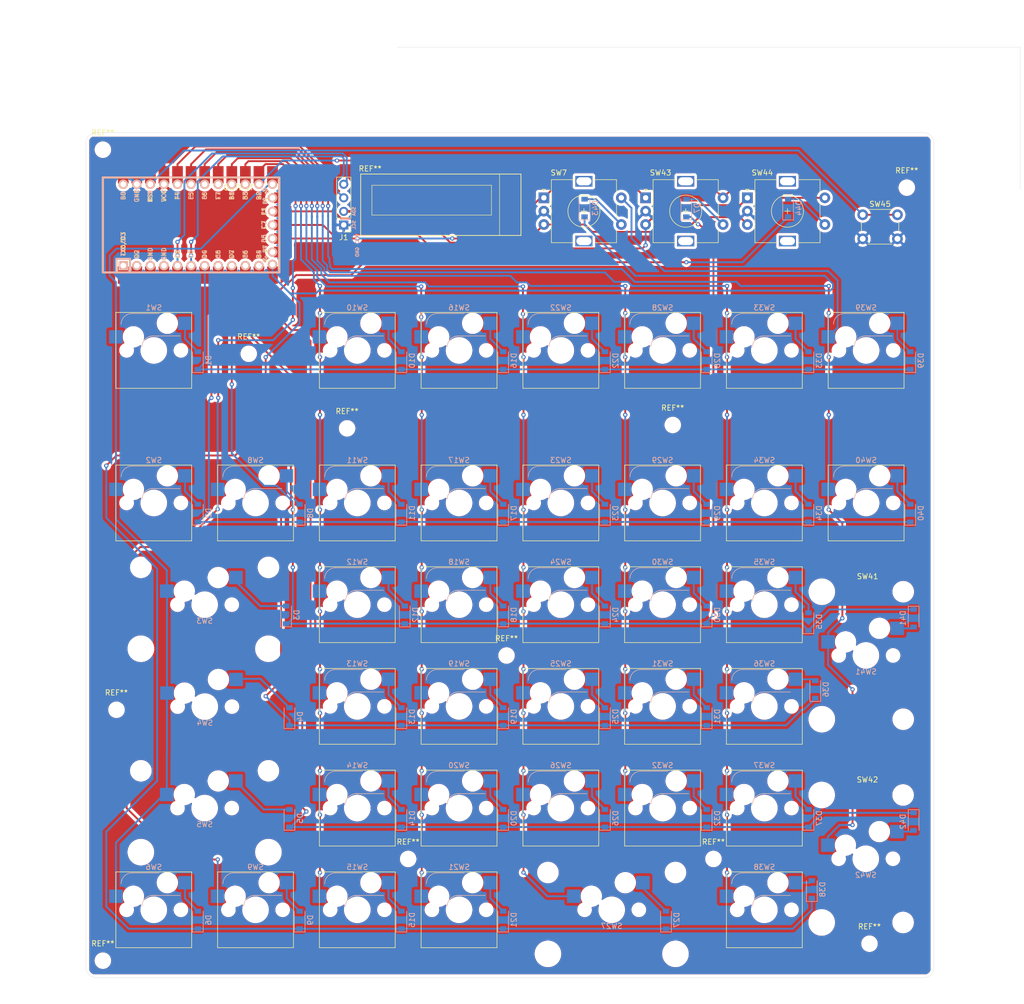
<source format=kicad_pcb>
(kicad_pcb (version 20240108) (generator "pcbnew") (generator_version "8.0")
  (layers (0 "F.Cu" signal) (31 "B.Cu" signal) (34 "B.Paste" user) (35 "F.Paste" user) (36 "B.SilkS" user "B.Silkscreen") (37 "F.SilkS" user "F.Silkscreen") (38 "B.Mask" user) (39 "F.Mask" user) (44 "Edge.Cuts" user))
  (net 0 "")
  (net 1 "Net-(D1-Pad2)")
  (net 2 "Row1")
  (net 3 "Row2")
  (net 4 "Net-(D2-Pad2)")
  (net 5 "Net-(D3-Pad2)")
  (net 6 "Row3")
  (net 7 "Net-(D4-Pad2)")
  (net 8 "Row4")
  (net 9 "Row5")
  (net 10 "Net-(D5-Pad2)")
  (net 11 "Row6")
  (net 12 "Net-(D6-Pad2)")
  (net 13 "Net-(D8-Pad2)")
  (net 14 "Net-(D9-Pad2)")
  (net 15 "Net-(D10-Pad2)")
  (net 16 "Net-(D11-Pad2)")
  (net 17 "Net-(D12-Pad2)")
  (net 18 "Net-(D13-Pad2)")
  (net 19 "Net-(D14-Pad2)")
  (net 20 "Net-(D15-Pad2)")
  (net 21 "Net-(D16-Pad2)")
  (net 22 "Net-(D17-Pad2)")
  (net 23 "Net-(D18-Pad2)")
  (net 24 "Net-(D19-Pad2)")
  (net 25 "Net-(D20-Pad2)")
  (net 26 "Net-(D21-Pad2)")
  (net 27 "Net-(D22-Pad2)")
  (net 28 "Net-(D23-Pad2)")
  (net 29 "Net-(D24-Pad2)")
  (net 30 "Net-(D25-Pad2)")
  (net 31 "Net-(D26-Pad2)")
  (net 32 "Net-(D27-Pad2)")
  (net 33 "Net-(D28-Pad2)")
  (net 34 "Net-(D29-Pad2)")
  (net 35 "Net-(D30-Pad2)")
  (net 36 "Net-(D31-Pad2)")
  (net 37 "Net-(D32-Pad2)")
  (net 38 "Net-(D33-Pad2)")
  (net 39 "Net-(D34-Pad2)")
  (net 40 "Net-(D35-Pad2)")
  (net 41 "Net-(D36-Pad2)")
  (net 42 "Net-(D37-Pad2)")
  (net 43 "Net-(D38-Pad2)")
  (net 44 "Net-(D39-Pad2)")
  (net 45 "Net-(D40-Pad2)")
  (net 46 "Net-(D41-Pad2)")
  (net 47 "Net-(D42-Pad2)")
  (net 48 "COL1")
  (net 49 "COL2")
  (net 50 "COL3")
  (net 51 "COL4")
  (net 52 "COL5")
  (net 53 "COL6")
  (net 54 "COL7")
  (net 55 "COL8")
  (net 56 "Net-(U1-Pad1)")
  (net 57 "Net-(U1-Pad2)")
  (net 58 "Net-(U1-Pad3)")
  (net 59 "Net-(U1-Pad4)")
  (net 60 "Net-(U1-Pad24)")
  (net 61 "GND")
  (net 62 "+5V")
  (net 63 "SCL")
  (net 64 "SDA")
  (net 65 "Net-(D7-Pad2)")
  (net 66 "Net-(D43-Pad2)")
  (net 67 "Net-(D44-Pad2)")
  (net 68 "RST")
  (net 69 "Enc1")
  (net 70 "Enc3")
  (net 71 "Enc2")
  (net 72 "Net-(U1-Pad29)")
  (net 73 "Net-(U1-Pad25)")
  (footprint "Switch_Keyboard_Kailh:SW_Hotswap_Kailh_1.00u" (layer "F.Cu") (at 48.895 91.44)
    (property "Reference" "SW2")
    (property "Value" "MXSwitch")
  )
  (footprint "MX_Only:MXOnly-2U-Hotswap" (layer "F.Cu") (at 58.42 110.49)
    (property "Reference" "SW3")
    (property "Value" "2u")
  )
  (footprint "MX_Only:MXOnly-2U-Hotswap" (layer "F.Cu") (at 58.42 148.59)
    (property "Reference" "SW5")
    (property "Value" "2u")
  )
  (footprint "Switch_Keyboard_Kailh:SW_Hotswap_Kailh_1.00u" (layer "F.Cu") (at 48.895 167.64)
    (property "Reference" "SW6")
    (property "Value" "MXSwitch")
  )
  (footprint "Switch_Keyboard_Kailh:SW_Hotswap_Kailh_1.00u" (layer "F.Cu") (at 67.945 91.44)
    (property "Reference" "SW8")
    (property "Value" "MXSwitch")
  )
  (footprint "Switch_Keyboard_Kailh:SW_Hotswap_Kailh_1.00u" (layer "F.Cu") (at 67.945 167.64)
    (property "Reference" "SW9")
    (property "Value" "MXSwitch")
  )
  (footprint "Switch_Keyboard_Kailh:SW_Hotswap_Kailh_1.00u" (layer "F.Cu") (at 86.995 91.44)
    (property "Reference" "SW11")
    (property "Value" "MXSwitch")
  )
  (footprint "Switch_Keyboard_Kailh:SW_Hotswap_Kailh_1.00u" (layer "F.Cu") (at 86.995 110.49)
    (property "Reference" "SW12")
    (property "Value" "MXSwitch")
  )
  (footprint "Switch_Keyboard_Kailh:SW_Hotswap_Kailh_1.00u" (layer "F.Cu") (at 86.995 129.54)
    (property "Reference" "SW13")
    (property "Value" "MXSwitch")
  )
  (footprint "Switch_Keyboard_Kailh:SW_Hotswap_Kailh_1.00u" (layer "F.Cu") (at 86.995 148.59)
    (property "Reference" "SW14")
    (property "Value" "MXSwitch")
  )
  (footprint "Switch_Keyboard_Kailh:SW_Hotswap_Kailh_1.00u" (layer "F.Cu") (at 86.995 167.64)
    (property "Reference" "SW15")
    (property "Value" "MXSwitch")
  )
  (footprint "Switch_Keyboard_Kailh:SW_Hotswap_Kailh_1.00u" (layer "F.Cu") (at 106.045 91.44)
    (property "Reference" "SW17")
    (property "Value" "MXSwitch")
  )
  (footprint "Switch_Keyboard_Kailh:SW_Hotswap_Kailh_1.00u" (layer "F.Cu") (at 106.045 110.49)
    (property "Reference" "SW18")
    (property "Value" "MXSwitch")
  )
  (footprint "Switch_Keyboard_Kailh:SW_Hotswap_Kailh_1.00u" (layer "F.Cu") (at 106.045 129.54)
    (property "Reference" "SW19")
    (property "Value" "MXSwitch")
  )
  (footprint "Switch_Keyboard_Kailh:SW_Hotswap_Kailh_1.00u" (layer "F.Cu") (at 106.045 148.59)
    (property "Reference" "SW20")
    (property "Value" "MXSwitch")
  )
  (footprint "Switch_Keyboard_Kailh:SW_Hotswap_Kailh_1.00u" (layer "F.Cu") (at 106.045 167.64)
    (property "Reference" "SW21")
    (property "Value" "MXSwitch")
  )
  (footprint "Switch_Keyboard_Kailh:SW_Hotswap_Kailh_1.00u" (layer "F.Cu") (at 125.095 91.44)
    (property "Reference" "SW23")
    (property "Value" "MXSwitch")
  )
  (footprint "Switch_Keyboard_Kailh:SW_Hotswap_Kailh_1.00u" (layer "F.Cu") (at 125.095 110.49)
    (property "Reference" "SW24")
    (property "Value" "MXSwitch")
  )
  (footprint "Switch_Keyboard_Kailh:SW_Hotswap_Kailh_1.00u" (layer "F.Cu") (at 125.095 129.54)
    (property "Reference" "SW25")
    (property "Value" "MXSwitch")
  )
  (footprint "Switch_Keyboard_Kailh:SW_Hotswap_Kailh_1.00u" (layer "F.Cu") (at 125.095 148.59)
    (property "Reference" "SW26")
    (property "Value" "MXSwitch")
  )
  (footprint "MX_Only:MXOnly-2U-Hotswap" (layer "F.Cu") (at 134.62 167.64)
    (property "Reference" "SW27")
    (property "Value" "2u")
  )
  (footprint "Switch_Keyboard_Kailh:SW_Hotswap_Kailh_1.00u" (layer "F.Cu") (at 144.145 91.44)
    (property "Reference" "SW29")
    (property "Value" "MXSwitch")
  )
  (footprint "Switch_Keyboard_Kailh:SW_Hotswap_Kailh_1.00u" (layer "F.Cu") (at 144.145 110.49)
    (property "Reference" "SW30")
    (property "Value" "MXSwitch")
  )
  (footprint "Switch_Keyboard_Kailh:SW_Hotswap_Kailh_1.00u" (layer "F.Cu") (at 144.145 129.54)
    (property "Reference" "SW31")
    (property "Value" "MXSwitch")
  )
  (footprint "Switch_Keyboard_Kailh:SW_Hotswap_Kailh_1.00u" (layer "F.Cu") (at 144.145 148.59)
    (property "Reference" "SW32")
    (property "Value" "MXSwitch")
  )
  (footprint "Switch_Keyboard_Kailh:SW_Hotswap_Kailh_1.00u" (layer "F.Cu") (at 163.195 91.44)
    (property "Reference" "SW34")
    (property "Value" "MXSwitch")
  )
  (footprint "Switch_Keyboard_Kailh:SW_Hotswap_Kailh_1.00u" (layer "F.Cu") (at 163.195 110.49)
    (property "Reference" "SW35")
    (property "Value" "MXSwitch")
  )
  (footprint "Switch_Keyboard_Kailh:SW_Hotswap_Kailh_1.00u" (layer "F.Cu") (at 163.195 129.54)
    (property "Reference" "SW36")
    (property "Value" "MXSwitch")
  )
  (footprint "Switch_Keyboard_Kailh:SW_Hotswap_Kailh_1.00u" (layer "F.Cu") (at 163.195 148.59)
    (property "Reference" "SW37")
    (property "Value" "MXSwitch")
  )
  (footprint "Switch_Keyboard_Kailh:SW_Hotswap_Kailh_1.00u" (layer "F.Cu") (at 163.195 167.64)
    (property "Reference" "SW38")
    (property "Value" "MXSwitch")
  )
  (footprint "Switch_Keyboard_Kailh:SW_Hotswap_Kailh_1.00u" (layer "F.Cu") (at 182.245 91.44)
    (property "Reference" "SW40")
    (property "Value" "MXSwitch")
  )
  (footprint "Switch_Keyboard_Kailh:2u_Hotswap_Vertical" (layer "F.Cu") (at 182.018924 119.90488)
    (property "Reference" "SW41")
    (property "Value" "2u")
  )
  (footprint "Switch_Keyboard_Kailh:2u_Hotswap_Vertical" (layer "F.Cu") (at 181.994021 157.976194)
    (property "Reference" "SW42")
    (property "Value" "2u")
  )
  (footprint "MX_Only:MXOnly-1.75U-Hotswap" (layer "F.Cu") (at 58.450251 129.58631)
    (property "Reference" "SW4")
    (property "Value" "2u")
  )
  (footprint "Switch_Keyboard_Kailh:SW_Hotswap_Kailh_1.00u" (layer "F.Cu") (at 106.045 62.865)
    (property "Reference" "SW16")
    (property "Value" "MXSwitch")
  )
  (footprint "Switch_Keyboard_Kailh:SW_Hotswap_Kailh_1.00u" (layer "F.Cu") (at 86.995 62.865)
    (property "Reference" "SW10")
    (property "Value" "MXSwitch")
  )
  (footprint "Switch_Keyboard_Kailh:SW_Hotswap_Kailh_1.00u" (layer "F.Cu") (at 48.895 62.865)
    (property "Reference" "SW1")
    (property "Value" "Esc")
  )
  (footprint "Switch_Keyboard_Kailh:SW_Hotswap_Kailh_1.00u" (layer "F.Cu") (at 144.145 62.865)
    (property "Reference" "SW28")
    (property "Value" "MXSwitch")
  )
  (footprint "Switch_Keyboard_Kailh:SW_Hotswap_Kailh_1.00u" (layer "F.Cu") (at 125.095 62.865)
    (property "Reference" "SW22")
    (property "Value" "MXSwitch")
  )
  (footprint "Switch_Keyboard_Kailh:SW_Hotswap_Kailh_1.00u" (layer "F.Cu") (at 163.195 62.865)
    (property "Reference" "SW33")
    (property "Value" "MXSwitch")
  )
  (footprint "Switch_Keyboard_Kailh:SW_Hotswap_Kailh_1.00u" (layer "F.Cu") (at 182.245 62.865)
    (property "Reference" "SW39")
    (property "Value" "MXSwitch")
  )
  (footprint "MountingHole:MountingHole_2.1mm" (layer "F.Cu") (at 41.91 130.175)
    (property "Reference" "REF**")
    (property "Value" "MountingHole_2.1mm")
  )
  (footprint "MountingHole:MountingHole_2.1mm" (layer "F.Cu") (at 39.37 25.273)
    (property "Reference" "REF**")
    (property "Value" "MountingHole_2.1mm")
  )
  (footprint "MountingHole:MountingHole_2.1mm" (layer "F.Cu") (at 146.05 76.835)
    (property "Reference" "REF**")
    (property "Value" "MountingHole_2.1mm")
  )
  (footprint "Connector_PinHeader_2.54mm:PinHeader_1x04_P2.54mm_Vertical" (layer "F.Cu") (at 84.455 39.37 180)
    (property "Reference" "J1")
    (property "Value" "Screw_Terminal_01x04")
  )
  (footprint "KiCad-SSD1306_OLED-0:SSD1306_OLED-0.91-128x32" (layer "F.Cu") (at 87.63 29.845)
    (property "Reference" "REF**")
    (property "Value" "OLED")
  )
  (footprint "Rotary_Encoder:RotaryEncoder_Alps_EC11E-Switch_Vertical_H20mm" (layer "F.Cu") (at 121.92 34.29)
    (property "Reference" "SW7")
    (property "Value" "Rotary_Encoder_Switch")
  )
  (footprint "Rotary_Encoder:RotaryEncoder_Alps_EC11E-Switch_Vertical_H20mm" (layer "F.Cu") (at 160.02 34.29)
    (property "Reference" "SW44")
    (property "Value" "Rotary_Encoder_Switch")
  )
  (footprint "MountingHole:MountingHole_2.1mm" (layer "F.Cu") (at 66.675 63.5)
    (property "Reference" "REF**")
    (property "Value" "MountingHole_2.1mm")
  )
  (footprint "MountingHole:MountingHole_2.1mm" (layer "F.Cu") (at 153.67 158.115)
    (property "Reference" "REF**")
    (property "Value" "MountingHole_2.1mm")
  )
  (footprint "Button_Switch_THT:SW_PUSH_6mm" (layer "F.Cu") (at 181.61 37.465)
    (property "Reference" "SW45")
    (property "Value" "SW_Push_Open_Dual")
  )
  (footprint "Keebio-Parts:Elite-C-castellated-29pin-holes" (layer "F.Cu") (at 57.15 39.37)
    (property "Reference" "U1" (hide yes))
    (property "Value" "EliteC" (hide yes))
  )
  (footprint "MountingHole:MountingHole_2.1mm" (layer "F.Cu") (at 39.37 177.165)
    (property "Reference" "REF**")
    (property "Value" "MountingHole_2.1mm")
  )
  (footprint "Rotary_Encoder:RotaryEncoder_Alps_EC11E-Switch_Vertical_H20mm" (layer "F.Cu") (at 140.97 34.29)
    (property "Reference" "SW43")
    (property "Value" "Rotary_Encoder_Switch")
  )
  (footprint "MountingHole:MountingHole_2.1mm" (layer "F.Cu") (at 114.935 120.015)
    (property "Reference" "REF**")
    (property "Value" "MountingHole_2.1mm")
  )
  (footprint "MountingHole:MountingHole_2.1mm" (layer "F.Cu") (at 85.09 77.47)
    (property "Reference" "REF**")
    (property "Value" "MountingHole_2.1mm")
  )
  (footprint "MountingHole:MountingHole_2.1mm" (layer "F.Cu") (at 182.88 173.99)
    (property "Reference" "REF**")
    (property "Value" "MountingHole_2.1mm")
  )
  (footprint "MountingHole:MountingHole_2.1mm" (layer "F.Cu") (at 189.865 32.385)
    (property "Reference" "REF**")
    (property "Value" "MountingHole_2.1mm")
  )
  (footprint "MountingHole:MountingHole_2.1mm" (layer "F.Cu") (at 96.52 158.115)
    (property "Reference" "REF**")
    (property "Value" "MountingHole_2.1mm")
  )
  (footprint "Diode_SMD:D_SOD-123" (layer "B.Cu") (at 57.15 93.345 90)
    (property "Reference" "D2")
    (property "Value" "D")
  )
  (footprint "Diode_SMD:D_SOD-123" (layer "B.Cu") (at 73.66 112.395 90)
    (property "Reference" "D3")
    (property "Value" "D")
  )
  (footprint "Diode_SMD:D_SOD-123" (layer "B.Cu") (at 74.295 131.445 90)
    (property "Reference" "D4")
    (property "Value" "D")
  )
  (footprint "Diode_SMD:D_SOD-123" (layer "B.Cu") (at 74.295 150.495 90)
    (property "Reference" "D5")
    (property "Value" "D")
  )
  (footprint "Diode_SMD:D_SOD-123" (layer "B.Cu") (at 76.2 93.345 90)
    (property "Reference" "D8")
    (property "Value" "D")
  )
  (footprint "Diode_SMD:D_SOD-123" (layer "B.Cu") (at 76.2 169.545 90)
    (property "Reference" "D9")
    (property "Value" "D")
  )
  (footprint "Diode_SMD:D_SOD-123" (layer "B.Cu") (at 95.25 93.345 90)
    (property "Reference" "D11")
    (property "Value" "D")
  )
  (footprint "Diode_SMD:D_SOD-123" (layer "B.Cu") (at 95.25 131.445 90)
    (property "Reference" "D13")
    (property "Value" "D")
  )
  (footprint "Diode_SMD:D_SOD-123" (layer "B.Cu") (at 95.25 150.495 90)
    (property "Reference" "D14")
    (property "Value" "D")
  )
  (footprint "Diode_SMD:D_SOD-123" (layer "B.Cu") (at 95.25 169.545 90)
    (property "Reference" "D15")
    (property "Value" "D")
  )
  (footprint "Diode_SMD:D_SOD-123" (layer "B.Cu") (at 114.3 93.345 90)
    (property "Reference" "D17")
    (property "Value" "D")
  )
  (footprint "Diode_SMD:D_SOD-123" (layer "B.Cu") (at 114.3 112.395 90)
    (property "Reference" "D18")
    (property "Value" "D")
  )
  (footprint "Diode_SMD:D_SOD-123" (layer "B.Cu") (at 114.3 131.445 90)
    (property "Reference" "D19")
    (property "Value" "D")
  )
  (footprint "Diode_SMD:D_SOD-123" (layer "B.Cu") (at 114.3 150.495 90)
    (property "Reference" "D20")
    (property "Value" "D")
  )
  (footprint "Diode_SMD:D_SOD-123" (layer "B.Cu") (at 114.3 169.545 90)
    (property "Reference" "D21")
    (property "Value" "D")
  )
  (footprint "Diode_SMD:D_SOD-123" (layer "B.Cu") (at 133.35 93.345 90)
    (property "Reference" "D23")
    (property "Value" "D")
  )
  (footprint "Diode_SMD:D_SOD-123" (layer "B.Cu") (at 133.35 131.445 90)
    (property "Reference" "D25")
    (property "Value" "D")
  )
  (footprint "Diode_SMD:D_SOD-123" (layer "B.Cu") (at 133.35 150.495 90)
    (property "Reference" "D26")
    (property "Value" "D")
  )
  (footprint "Diode_SMD:D_SOD-123" (layer "B.Cu") (at 144.78 169.545 90)
    (property "Reference" "D27")
    (property "Value" "D")
  )
  (footprint "Diode_SMD:D_SOD-123" (layer "B.Cu") (at 152.4 93.345 90)
    (property "Reference" "D29")
    (property "Value" "D")
  )
  (footprint "Diode_SMD:D_SOD-123" (layer "B.Cu") (at 152.4 112.395 90)
    (property "Reference" "D30")
    (property "Value" "D")
  )
  (footprint "Diode_SMD:D_SOD-123" (layer "B.Cu") (at 152.4 131.445 90)
    (property "Reference" "D31")
    (property "Value" "D")
  )
  (footprint "Diode_SMD:D_SOD-123" (layer "B.Cu") (at 152.4 150.495 90)
    (property "Reference" "D32")
    (property "Value" "D")
  )
  (footprint "Diode_SMD:D_SOD-123" (layer "B.Cu") (at 171.45 93.345 90)
    (property "Reference" "D34")
    (property "Value" "D")
  )
  (footprint "Diode_SMD:D_SOD-123" (layer "B.Cu") (at 171.45 113.665 90)
    (property "Reference" "D35")
    (property "Value" "D")
  )
  (footprint "Diode_SMD:D_SOD-123" (layer "B.Cu") (at 172.72 126.365 90)
    (property "Reference" "D36")
    (property "Value" "D")
  )
  (footprint "Diode_SMD:D_SOD-123" (layer "B.Cu") (at 171.45 150.495 90)
    (property "Reference" "D37")
    (property "Value" "D")
  )
  (footprint "Diode_SMD:D_SOD-123" (layer "B.Cu") (at 172.085 163.83 90)
    (property "Reference" "D38")
    (property "Value" "D")
  )
  (footprint "Diode_SMD:D_SOD-123" (layer "B.Cu") (at 190.5 93.345 90)
    (property "Reference" "D40")
    (property "Value" "D")
  )
  (footprint "Diode_SMD:D_SOD-123" (layer "B.Cu") (at 191.135 113.03 -90)
    (property "Reference" "D41")
    (property "Value" "D")
  )
  (footprint "Diode_SMD:D_SOD-123" (layer "B.Cu") (at 191.135 151.13 -90)
    (property "Reference" "D42")
    (property "Value" "D")
  )
  (footprint "Diode_SMD:D_SOD-123" (layer "B.Cu") (at 57.15 169.545 90)
    (property "Reference" "D6")
    (property "Value" "D")
  )
  (footprint "Diode_SMD:D_SOD-123" (layer "B.Cu") (at 95.885 112.395 90)
    (property "Reference" "D12")
    (property "Value" "D")
  )
  (footprint "Diode_SMD:D_SOD-123" (layer "B.Cu") (at 133.35 112.395 90)
    (property "Reference" "D24")
    (property "Value" "D")
  )
  (footprint "Diode_SMD:D_SOD-123" (layer "B.Cu") (at 133.35 64.77 90)
    (property "Reference" "D22")
    (property "Value" "D")
  )
  (footprint "Diode_SMD:D_SOD-123" (layer "B.Cu") (at 152.4 64.77 90)
    (property "Reference" "D28")
    (property "Value" "D")
  )
  (footprint "Diode_SMD:D_SOD-123" (layer "B.Cu") (at 171.45 64.77 90)
    (property "Reference" "D33")
    (property "Value" "D")
  )
  (footprint "Diode_SMD:D_SOD-123" (layer "B.Cu") (at 190.5 64.77 90)
    (property "Reference" "D39")
    (property "Value" "D")
  )
  (footprint "Diode_SMD:D_SOD-123" (layer "B.Cu") (at 95.25 64.77 90)
    (property "Reference" "D10")
    (property "Value" "D")
  )
  (footprint "Diode_SMD:D_SOD-123" (layer "B.Cu") (at 57.15 64.77 90)
    (property "Reference" "D1")
    (property "Value" "D")
  )
  (footprint "Diode_SMD:D_SOD-123" (layer "B.Cu") (at 114.3 64.77 90)
    (property "Reference" "D16")
    (property "Value" "D")
  )
  (footprint "Diode_SMD:D_SOD-123" (layer "B.Cu") (at 148.59 36.195 90)
    (property "Reference" "D7")
    (property "Value" "D")
  )
  (footprint "Diode_SMD:D_SOD-123" (layer "B.Cu") (at 129.54 36.195 90)
    (property "Reference" "D43")
    (property "Value" "D")
  )
  (footprint "Diode_SMD:D_SOD-123" (layer "B.Cu") (at 167.64 36.195 90)
    (property "Reference" "D44")
    (property "Value" "D")
  )
  (gr_arc (start 194.945 178.435) (mid 194.387038 179.782038) (end 193.04 180.34) (stroke (width 0.05)) (layer "Edge.Cuts"))
  (gr_line (start 194.945 26.035) (end 194.945 29.845) (stroke (width 0.05)) (layer "Edge.Cuts"))
  (gr_line (start 36.195 26.035) (end 36.195 29.845) (stroke (width 0.05)) (layer "Edge.Cuts"))
  (gr_line (start 194.945 24.003) (end 194.945 26.035) (stroke (width 0.05)) (layer "Edge.Cuts"))
  (gr_line (start 36.195 24.003) (end 36.195 26.035) (stroke (width 0.05)) (layer "Edge.Cuts"))
  (gr_line (start 38.1 22.098) (end 193.04 22.098) (stroke (width 0.05)) (layer "Edge.Cuts"))
  (gr_line (start 193.04 180.34) (end 38.1 180.34) (stroke (width 0.05)) (layer "Edge.Cuts"))
  (gr_line (start 194.945 29.845) (end 194.945 178.435) (stroke (width 0.05)) (layer "Edge.Cuts"))
  (gr_line (start 211.074 32.766) (end 211.074 6.096) (stroke (width 0.05)) (layer "Edge.Cuts"))
  (gr_line (start 94.488 6.096) (end 211.074 6.096) (stroke (width 0.05)) (layer "Edge.Cuts"))
  (gr_arc (start 36.195 24.003) (mid 36.752962 22.655962) (end 38.1 22.098) (stroke (width 0.05)) (layer "Edge.Cuts"))
  (gr_arc (start 38.1 180.34) (mid 36.752962 179.782038) (end 36.195 178.435) (stroke (width 0.05)) (layer "Edge.Cuts"))
  (gr_line (start 36.195 178.435) (end 36.195 29.845) (stroke (width 0.05)) (layer "Edge.Cuts"))
  (gr_arc (start 193.04 22.098) (mid 194.387038 22.655962) (end 194.945 24.003) (stroke (width 0.05)) (layer "Edge.Cuts"))
  (gr_text "SCL\n" (at 86.36 39.37 90) (layer "B.SilkS") (effects (font (size 0.6 0.6)) (justify mirror)))
  (gr_text "VCC\n" (at 86.995 41.91 90) (layer "B.SilkS") (effects (font (size 0.6 0.6)) (justify mirror)))
  (gr_text "SDA" (at 86.36 36.83 90) (layer "B.SilkS") (effects (font (size 0.6 0.6)) (justify mirror)))
  (gr_text "GND" (at 86.995 44.45 90) (layer "B.SilkS") (effects (font (size 0.6 0.6)) (justify mirror)))
  (gr_text "OUTPUT" (at 64.77 32.385 0) (layer "F.SilkS") (effects (font (size 1 1))))
  (segment (start 54.737 57.785) (end 54.737 60.707) (width 0.35) (layer "B.Cu") (net 1))
  (segment (start 54.737 60.707) (end 57.15 63.12) (width 0.35) (layer "B.Cu") (net 1))
  (segment (start 58.42 46.99) (end 58.42 48.768) (width 0.35) (layer "F.Cu") (net 2))
  (segment (start 57.15 66.42) (end 190.5 66.42) (width 0.35) (layer "B.Cu") (net 2))
  (segment (start 58.45125 65.11875) (end 58.45125 47.02125) (width 0.35) (layer "B.Cu") (net 2))
  (segment (start 152.4 66.42) (end 152.655 66.42) (width 0.35) (layer "B.Cu") (net 2))
  (segment (start 58.45125 47.02125) (end 58.42 46.99) (width 0.35) (layer "B.Cu") (net 2))
  (segment (start 58.45125 46.38625) (end 58.42 46.355) (width 0.35) (layer "B.Cu") (net 2))
  (segment (start 57.15 66.42) (end 58.45125 65.11875) (width 0.35) (layer "B.Cu") (net 2))
  (segment (start 59.69 56.458) (end 60.96 55.188) (width 0.35) (layer "F.Cu") (net 3))
  (segment (start 60.96 55.188) (end 60.96 53.213) (width 0.35) (layer "F.Cu") (net 3))
  (segment (start 60.96 53.213) (end 60.96 48.133) (width 0.35) (layer "F.Cu") (net 3))
  (segment (start 59.69 60.96) (end 59.69 61.595) (width 0.35) (layer "F.Cu") (net 3))
  (segment (start 59.69 61.595) (end 59.69 71.755) (width 0.35) (layer "F.Cu") (net 3))
  (segment (start 60.96 46.99) (end 60.96 48.768) (width 0.35) (layer "F.Cu") (net 3))
  (segment (start 59.69 61.595) (end 59.69 56.458) (width 0.35) (layer "F.Cu") (net 3))
  (via (at 59.69 71.755) (size 0.8) (drill 0.4) (layers "F.Cu" "B.Cu") (net 3))
  (segment (start 59.209999 72.235001) (end 59.69 71.755) (width 0.35) (layer "B.Cu") (net 3))
  (segment (start 57.15 94.995) (end 190.5 94.995) (width 0.35) (layer "B.Cu") (net 3))
  (segment (start 59.209999 92.935001) (end 59.209999 72.235001) (width 0.35) (layer "B.Cu") (net 3))
  (segment (start 57.15 94.995) (end 59.209999 92.935001) (width 0.35) (layer "B.Cu") (net 3))
  (segment (start 54.737 89.282) (end 57.15 91.695) (width 0.35) (layer "B.Cu") (net 4))
  (segment (start 54.737 86.36) (end 54.737 89.282) (width 0.35) (layer "B.Cu") (net 4))
  (segment (start 64.262 105.41) (end 64.262 106.172) (width 0.35) (layer "B.Cu") (net 5))
  (segment (start 68.835 110.745) (end 73.66 110.745) (width 0.35) (layer "B.Cu") (net 5))
  (segment (start 64.262 106.172) (end 68.835 110.745) (width 0.35) (layer "B.Cu") (net 5))
  (segment (start 63.5 58.42) (end 63.5 69.215) (width 0.35) (layer "F.Cu") (net 6))
  (segment (start 74.93 92.71) (end 74.93 103.505) (width 0.35) (layer "F.Cu") (net 6))
  (segment (start 151.003 39.243) (end 150.7744 39.243) (width 0.35) (layer "F.Cu") (net 6))
  (segment (start 63.5 46.99) (end 63.5 48.768) (width 0.35) (layer "F.Cu") (net 6))
  (segment (start 153.67 112.395) (end 153.67 41.91) (width 0.35) (layer "F.Cu") (net 6))
  (segment (start 153.67 41.91) (end 151.003 39.243) (width 0.35) (layer "F.Cu") (net 6))
  (segment (start 63.5 58.42) (end 63.5 48.133) (width 0.35) (layer "F.Cu") (net 6))
  (via (at 74.93 92.71) (size 0.8) (drill 0.4) (layers "F.Cu" "B.Cu") (net 6))
  (via (at 153.67 112.395) (size 0.8) (drill 0.4) (layers "F.Cu" "B.Cu") (net 6))
  (via (at 63.5 69.215) (size 0.8) (drill 0.4) (layers "F.Cu" "B.Cu") (net 6))
  (via (at 150.7744 39.243) (size 0.8) (drill 0.4) (layers "F.Cu" "B.Cu") (net 6))
  (via (at 74.93 103.505) (size 0.8) (drill 0.4) (layers "F.Cu" "B.Cu") (net 6))
  (segment (start 153.67 112.395) (end 153.67 112.395) (width 0.35) (layer "B.Cu") (net 6))
  (segment (start 149.3764 37.845) (end 150.7744 39.243) (width 0.35) (layer "B.Cu") (net 6))
  (segment (start 152.4 113.665) (end 153.67 112.395) (width 0.35) (layer "B.Cu") (net 6))
  (segment (start 152.4 114.045) (end 152.4 113.665) (width 0.35) (layer "B.Cu") (net 6))
  (segment (start 73.66 114.045) (end 170.18 114.045) (width 0.35) (layer "B.Cu") (net 6))
  (segment (start 74.93 113.03) (end 74.93 103.505) (width 0.35) (layer "B.Cu") (net 6))
  (segment (start 63.5 82.150002) (end 63.5 69.215) (width 0.35) (layer "B.Cu") (net 6))
  (segment (start 170.18 114.045) (end 171.45 115.315) (width 0.35) (layer "B.Cu") (net 6))
  (segment (start 171.45 115.315) (end 175.385 111.38) (width 0.35) (layer "B.Cu") (net 6))
  (segment (start 73.915 114.045) (end 74.93 113.03) (width 0.35) (layer "B.Cu") (net 6))
  (segment (start 175.385 111.38) (end 191.135 111.38) (width 0.35) (layer "B.Cu") (net 6))
  (segment (start 74.93 92.71) (end 74.93 91.20283) (width 0.35) (layer "B.Cu") (net 6))
  (segment (start 71.962171 88.235001) (end 69.584999 88.235001) (width 0.35) (layer "B.Cu") (net 6))
  (segment (start 69.584999 88.235001) (end 63.5 82.150002) (width 0.35) (layer "B.Cu") (net 6))
  (segment (start 73.66 114.045) (end 73.915 114.045) (width 0.35) (layer "B.Cu") (net 6))
  (segment (start 74.93 91.20283) (end 71.962171 88.235001) (width 0.35) (layer "B.Cu") (net 6))
  (segment (start 148.59 37.845) (end 149.3764 37.845) (width 0.35) (layer "B.Cu") (net 6))
  (segment (start 64.419519 124.379042) (end 64.292251 124.50631) (width 0.35) (layer "B.Cu") (net 7))
  (segment (start 68.879042 124.379042) (end 64.419519 124.379042) (width 0.35) (layer "B.Cu") (net 7))
  (segment (start 68.879042 124.379042) (end 74.295 129.795) (width 0.35) (layer "B.Cu") (net 7))
  (segment (start 69.85 127.635) (end 69.85 127.635) (width 0.35) (layer "F.Cu") (net 8))
  (segment (start 72.726901 123.488099) (end 72.726901 124.758099) (width 0.35) (layer "F.Cu") (net 8))
  (segment (start 74.557999 91.934999) (end 72.726901 93.766097) (width 0.35) (layer "F.Cu") (net 8))
  (segment (start 74.557999 67.695997) (end 74.557999 91.934999) (width 0.35) (layer "F.Cu") (net 8))
  (segment (start 72.726901 93.766097) (end 72.726901 123.488099) (width 0.35) (layer "F.Cu") (net 8))
  (segment (start 72.726901 124.758099) (end 69.85 127.635) (width 0.35) (layer "F.Cu") (net 8))
  (segment (start 66.04 46.99) (end 66.04 48.768) (width 0.35) (layer "F.Cu") (net 8))
  (segment (start 66.04 48.133) (end 66.04 59.177998) (width 0.35) (layer "F.Cu") (net 8))
  (segment (start 66.04 59.177998) (end 74.557999 67.695997) (width 0.35) (layer "F.Cu") (net 8))
  (via (at 69.85 127.635) (size 0.8) (drill 0.4) (layers "F.Cu" "B.Cu") (net 8))
  (segment (start 170.56 130.175) (end 172.72 128.015) (width 0.35) (layer "B.Cu") (net 8))
  (segment (start 74.295 132.08) (end 69.85 127.635) (width 0.35) (layer "B.Cu") (net 8))
  (segment (start 167.26 133.095) (end 170.18 130.175) (width 0.35) (layer "B.Cu") (net 8))
  (segment (start 74.295 133.095) (end 74.295 132.08) (width 0.35) (layer "B.Cu") (net 8))
  (segment (start 74.295 133.095) (end 167.26 133.095) (width 0.35) (layer "B.Cu") (net 8))
  (segment (start 170.18 130.175) (end 170.56 130.175) (width 0.35) (layer "B.Cu") (net 8))
  (segment (start 68.58 50.8) (end 68.58 48.133) (width 0.35) (layer "F.Cu") (net 9))
  (segment (start 74.661998 59.055) (end 68.58 52.973002) (width 0.35) (layer "F.Cu") (net 9))
  (segment (start 76.2 59.055) (end 74.661998 59.055) (width 0.35) (layer "F.Cu") (net 9))
  (segment (start 75.578001 48.754999) (end 74.199999 50.133001) (width 0.35) (layer "F.Cu") (net 9))
  (segment (start 85.865001 48.754999) (end 75.578001 48.754999) (width 0.35) (layer "F.Cu") (net 9))
  (segment (start 68.58 52.451) (end 68.58 50.8) (width 0.35) (layer "F.Cu") (net 9))
  (segment (start 72.39 51.689) (end 70.161 51.689) (width 0.35) (layer "F.Cu") (net 9))
  (segment (start 70.161 51.689) (end 68.58 50.108) (width 0.35) (layer "F.Cu") (net 9))
  (segment (start 74.199999 50.133001) (end 73.945999 50.133001) (width 0.35) (layer "F.Cu") (net 9))
  (segment (start 78.245001 119.874999) (end 78.245001 61.100001) (width 0.35) (layer "F.Cu") (net 9))
  (segment (start 88.265 46.355) (end 85.865001 48.754999) (width 0.35) (layer "F.Cu") (net 9))
  (segment (start 78.245001 61.100001) (end 76.2 59.055) (width 0.35) (layer "F.Cu") (net 9))
  (segment (start 77.47 149.225) (end 76.694999 148.449999) (width 0.35) (layer "F.Cu") (net 9))
  (segment (start 68.58 46.99) (end 68.58 48.768) (width 0.35) (layer "F.Cu") (net 9))
  (segment (start 76.694999 121.425001) (end 78.245001 119.874999) (width 0.35) (layer "F.Cu") (net 9))
  (segment (start 76.694999 148.449999) (end 76.694999 121.425001) (width 0.35) (layer "F.Cu") (net 9))
  (segment (start 68.58 52.451) (end 68.58 52.213) (width 0.35) (layer "F.Cu") (net 9))
  (segment (start 73.945999 50.133001) (end 72.39 51.689) (width 0.35) (layer "F.Cu") (net 9))
  (segment (start 68.58 50.108) (end 68.58 48.133) (width 0.35) (layer "F.Cu") (net 9))
  (segment (start 148.59 46.355) (end 88.265 46.355) (width 0.35) (layer "F.Cu") (net 9))
  (segment (start 68.58 52.973002) (end 68.58 52.451) (width 0.35) (layer "F.Cu") (net 9))
  (via (at 148.59 46.355) (size 0.8) (drill 0.4) (layers "F.Cu" "B.Cu") (net 9))
  (via (at 77.47 149.225) (size 0.8) (drill 0.4) (layers "F.Cu" "B.Cu") (net 9))
  (segment (start 77.47 149.225) (end 77.47 149.225) (width 0.35) (layer "B.Cu") (net 9))
  (segment (start 171.45 152.145) (end 174.115 149.48) (width 0.35) (layer "B.Cu") (net 9))
  (segment (start 74.295 152.145) (end 74.55 152.145) (width 0.35) (layer "B.Cu") (net 9))
  (segment (start 167.64 37.845) (end 167.385 37.845) (width 0.35) (layer "B.Cu") (net 9))
  (segment (start 174.115 149.48) (end 191.135 149.48) (width 0.35) (layer "B.Cu") (net 9))
  (segment (start 74.55 152.145) (end 77.47 149.225) (width 0.35) (layer "B.Cu") (net 9))
  (segment (start 167.64 37.845) (end 159.13 46.355) (width 0.35) (layer "B.Cu") (net 9))
  (segment (start 74.295 152.145) (end 171.45 152.145) (width 0.35) (layer "B.Cu") (net 9))
  (segment (start 159.13 46.355) (end 148.59 46.355) (width 0.35) (layer "B.Cu") (net 9))
  (segment (start 64.262 143.637) (end 69.47 148.845) (width 0.35) (layer "B.Cu") (net 10))
  (segment (start 69.47 148.845) (end 74.295 148.845) (width 0.35) (layer "B.Cu") (net 10))
  (segment (start 64.262 143.51) (end 64.262 143.637) (width 0.35) (layer "B.Cu") (net 10))
  (segment (start 64.135 82.55) (end 41.91 82.55) (width 0.35) (layer "F.Cu") (net 11))
  (segment (start 69.85 74.93) (end 69.85 76.835) (width 0.35) (layer "F.Cu") (net 11))
  (segment (start 40.64 83.82) (end 40.005 84.455) (width 0.35) (layer "F.Cu") (net 11))
  (segment (start 69.85 76.835) (end 64.135 82.55) (width 0.35) (layer "F.Cu") (net 11))
  (segment (start 69.85 64.135) (end 69.85 74.93) (width 0.35) (layer "F.Cu") (net 11))
  (segment (start 71.12 46.7614) (end 71.12 48.768) (width 0.35) (layer "F.Cu") (net 11))
  (segment (start 41.91 82.55) (end 40.64 83.82) (width 0.35) (layer "F.Cu") (net 11))
  (via (at 69.85 64.135) (size 0.8) (drill 0.4) (layers "F.Cu" "B.Cu") (net 11))
  (via (at 40.005 84.455) (size 0.8) (drill 0.4) (layers "F.Cu" "B.Cu") (net 11))
  (segment (start 40.005 84.455) (end 40.005 84.455) (width 0.35) (layer "B.Cu") (net 11))
  (segment (start 76.2 57.785) (end 76.2 53.975) (width 0.35) (layer "B.Cu") (net 11))
  (segment (start 49.53 103.742478) (end 40.005 94.217478) (width 0.35) (layer "B.Cu") (net 11))
  (segment (start 69.85 64.135) (end 76.2 57.785) (width 0.35) (layer "B.Cu") (net 11))
  (segment (start 79.769999 51.675001) (end 80.250001 51.675001) (width 0.35) (layer "B.Cu") (net 11))
  (segment (start 129.54 37.845) (end 129.54 39.37) (width 0.35) (layer "B.Cu") (net 11))
  (segment (start 57.15 171.195) (end 44.195 171.195) (width 0.35) (layer "B.Cu") (net 11))
  (segment (start 139.065 48.895) (end 174.502002 48.895) (width 0.35) (layer "B.Cu") (net 11))
  (segment (start 40.005 167.005) (end 40.005 153.035) (width 0.35) (layer "B.Cu") (net 11))
  (segment (start 176.035001 50.427999) (end 176.035001 51.172001) (width 0.35) (layer "B.Cu") (net 11))
  (segment (start 80.250001 51.675001) (end 79.737999 51.675001) (width 0.35) (layer "B.Cu") (net 11))
  (segment (start 44.195 171.195) (end 40.005 167.005) (width 0.35) (layer "B.Cu") (net 11))
  (segment (start 176.035001 51.172001) (end 175.532001 51.675001) (width 0.35) (layer "B.Cu") (net 11))
  (segment (start 71.12 48.895) (end 71.12 46.1264) (width 0.35) (layer "B.Cu") (net 11))
  (segment (start 129.54 39.37) (end 139.065 48.895) (width 0.35) (layer "B.Cu") (net 11))
  (segment (start 49.53 143.51) (end 49.53 103.742478) (width 0.35) (layer "B.Cu") (net 11))
  (segment (start 76.2 53.975) (end 71.12 48.895) (width 0.35) (layer "B.Cu") (net 11))
  (segment (start 74.422 52.197) (end 79.248 52.197) (width 0.35) (layer "B.Cu") (net 11))
  (segment (start 40.005 153.035) (end 49.53 143.51) (width 0.35) (layer "B.Cu") (net 11))
  (segment (start 57.15 171.195) (end 168.53 171.195) (width 0.35) (layer "B.Cu") (net 11))
  (segment (start 172.085 167.64) (end 172.085 165.48) (width 0.35) (layer "B.Cu") (net 11))
  (segment (start 79.248 52.197) (end 79.769999 51.675001) (width 0.35) (layer "B.Cu") (net 11))
  (segment (start 174.502002 48.895) (end 176.035001 50.427999) (width 0.35) (layer "B.Cu") (net 11))
  (segment (start 175.532001 51.675001) (end 80.250001 51.675001) (width 0.35) (layer "B.Cu") (net 11))
  (segment (start 168.53 171.195) (end 172.085 167.64) (width 0.35) (layer "B.Cu") (net 11))
  (segment (start 40.005 94.217478) (end 40.005 84.455) (width 0.35) (layer "B.Cu") (net 11))
  (segment (start 54.737 162.56) (end 54.737 165.482) (width 0.35) (layer "B.Cu") (net 12))
  (segment (start 54.737 165.482) (end 57.15 167.895) (width 0.35) (layer "B.Cu") (net 12))
  (segment (start 73.787 86.36) (end 73.787 89.282) (width 0.35) (layer "B.Cu") (net 13))
  (segment (start 73.787 89.282) (end 76.2 91.695) (width 0.35) (layer "B.Cu") (net 13))
  (segment (start 73.787 162.56) (end 73.787 165.482) (width 0.35) (layer "B.Cu") (net 14))
  (segment (start 73.787 165.482) (end 76.2 167.895) (width 0.35) (layer "B.Cu") (net 14))
  (segment (start 92.837 57.785) (end 92.837 60.707) (width 0.35) (layer "B.Cu") (net 15))
  (segment (start 92.837 60.707) (end 95.25 63.12) (width 0.35) (layer "B.Cu") (net 15))
  (segment (start 92.837 86.36) (end 92.837 89.282) (width 0.35) (layer "B.Cu") (net 16))
  (segment (start 92.837 89.282) (end 95.25 91.695) (width 0.35) (layer "B.Cu") (net 16))
  (segment (start 92.837 107.697) (end 95.885 110.745) (width 0.35) (layer "B.Cu") (net 17))
  (segment (start 92.837 105.41) (end 92.837 107.697) (width 0.35) (layer "B.Cu") (net 17))
  (segment (start 92.837 124.46) (end 92.837 127.382) (width 0.35) (layer "B.Cu") (net 18))
  (segment (start 92.837 127.382) (end 95.25 129.795) (width 0.35) (layer "B.Cu") (net 18))
  (segment (start 92.837 146.432) (end 95.25 148.845) (width 0.35) (layer "B.Cu") (net 19))
  (segment (start 92.837 143.51) (end 92.837 146.432) (width 0.35) (layer "B.Cu") (net 19))
  (segment (start 92.837 162.56) (end 92.837 165.482) (width 0.35) (layer "B.Cu") (net 20))
  (segment (start 92.837 165.482) (end 95.25 167.895) (width 0.35) (layer "B.Cu") (net 20))
  (segment (start 111.887 57.785) (end 111.887 60.707) (width 0.35) (layer "B.Cu") (net 21))
  (segment (start 111.887 60.707) (end 114.3 63.12) (width 0.35) (layer "B.Cu") (net 21))
  (segment (start 111.887 86.36) (end 111.887 89.282) (width 0.35) (layer "B.Cu") (net 22))
  (segment (start 111.887 89.282) (end 114.3 91.695) (width 0.35) (layer "B.Cu") (net 22))
  (segment (start 111.887 105.41) (end 111.887 108.332) (width 0.35) (layer "B.Cu") (net 23))
  (segment (start 111.887 108.332) (end 114.3 110.745) (width 0.35) (layer "B.Cu") (net 23))
  (segment (start 111.887 124.46) (end 111.887 127.382) (width 0.35) (layer "B.Cu") (net 24))
  (segment (start 111.887 127.382) (end 114.3 129.795) (width 0.35) (layer "B.Cu") (net 24))
  (segment (start 111.887 143.51) (end 111.887 146.432) (width 0.35) (layer "B.Cu") (net 25))
  (segment (start 111.887 146.432) (end 114.3 148.845) (width 0.35) (layer "B.Cu") (net 25))
  (segment (start 111.887 165.482) (end 114.3 167.895) (width 0.35) (layer "B.Cu") (net 26))
  (segment (start 111.887 162.56) (end 111.887 165.482) (width 0.35) (layer "B.Cu") (net 26))
  (segment (start 130.937 57.785) (end 130.937 60.707) (width 0.35) (layer "B.Cu") (net 27))
  (segment (start 130.937 60.707) (end 133.35 63.12) (width 0.35) (layer "B.Cu") (net 27))
  (segment (start 130.937 86.36) (end 130.937 89.282) (width 0.35) (layer "B.Cu") (net 28))
  (segment (start 130.937 89.282) (end 133.35 91.695) (width 0.35) (layer "B.Cu") (net 28))
  (segment (start 130.937 105.41) (end 130.937 108.332) (width 0.35) (layer "B.Cu") (net 29))
  (segment (start 130.937 108.332) (end 133.35 110.745) (width 0.35) (layer "B.Cu") (net 29))
  (segment (start 130.937 127.382) (end 133.35 129.795) (width 0.35) (layer "B.Cu") (net 30))
  (segment (start 130.937 124.46) (end 130.937 127.382) (width 0.35) (layer "B.Cu") (net 30))
  (segment (start 130.937 143.51) (end 130.937 146.432) (width 0.35) (layer "B.Cu") (net 31))
  (segment (start 130.937 146.432) (end 133.35 148.845) (width 0.35) (layer "B.Cu") (net 31))
  (segment (start 140.462 162.56) (end 140.462 163.577) (width 0.35) (layer "B.Cu") (net 32))
  (segment (start 140.462 163.577) (end 144.78 167.895) (width 0.35) (layer "B.Cu") (net 32))
  (segment (start 149.987 57.785) (end 149.987 60.707) (width 0.35) (layer "B.Cu") (net 33))
  (segment (start 149.987 60.707) (end 152.4 63.12) (width 0.35) (layer "B.Cu") (net 33))
  (segment (start 149.987 86.36) (end 149.987 89.282) (width 0.35) (layer "B.Cu") (net 34))
  (segment (start 149.987 89.282) (end 152.4 91.695) (width 0.35) (layer "B.Cu") (net 34))
  (segment (start 149.987 108.332) (end 152.4 110.745) (width 0.35) (layer "B.Cu") (net 35))
  (segment (start 149.987 105.41) (end 149.987 108.332) (width 0.35) (layer "B.Cu") (net 35))
  (segment (start 149.987 127.382) (end 152.4 129.795) (width 0.35) (layer "B.Cu") (net 36))
  (segment (start 149.987 124.46) (end 149.987 127.382) (width 0.35) (layer "B.Cu") (net 36))
  (segment (start 149.987 146.432) (end 152.4 148.845) (width 0.35) (layer "B.Cu") (net 37))
  (segment (start 149.987 143.51) (end 149.987 146.432) (width 0.35) (layer "B.Cu") (net 37))
  (segment (start 169.037 57.785) (end 169.037 60.707) (width 0.35) (layer "B.Cu") (net 38))
  (segment (start 169.037 60.707) (end 171.45 63.12) (width 0.35) (layer "B.Cu") (net 38))
  (segment (start 169.037 86.36) (end 169.037 89.282) (width 0.35) (layer "B.Cu") (net 39))
  (segment (start 169.037 89.282) (end 171.45 91.695) (width 0.35) (layer "B.Cu") (net 39))
  (segment (start 169.037 108.077) (end 171.45 110.49) (width 0.35) (layer "B.Cu") (net 40))
  (segment (start 169.037 105.41) (end 169.037 108.077) (width 0.35) (layer "B.Cu") (net 40))
  (segment (start 171.45 110.49) (end 171.45 112.015) (width 0.35) (layer "B.Cu") (net 40))
  (segment (start 172.465 124.46) (end 172.72 124.715) (width 0.35) (layer "B.Cu") (net 41))
  (segment (start 169.037 124.46) (end 172.465 124.46) (width 0.35) (layer "B.Cu") (net 41))
  (segment (start 169.037 146.432) (end 171.45 148.845) (width 0.35) (layer "B.Cu") (net 42))
  (segment (start 169.037 143.51) (end 169.037 146.432) (width 0.35) (layer "B.Cu") (net 42))
  (segment (start 169.037 162.56) (end 171.705 162.56) (width 0.35) (layer "B.Cu") (net 43))
  (segment (start 171.705 162.56) (end 172.085 162.18) (width 0.35) (layer "B.Cu") (net 43))
  (segment (start 188.087 60.707) (end 190.5 63.12) (width 0.25) (layer "B.Cu") (net 44))
  (segment (start 188.087 57.785) (end 188.087 60.707) (width 0.25) (layer "B.Cu") (net 44))
  (segment (start 188.087 86.36) (end 188.087 89.282) (width 0.35) (layer "B.Cu") (net 45))
  (segment (start 188.087 89.282) (end 190.5 91.695) (width 0.35) (layer "B.Cu") (net 45))
  (segment (start 190.89012 114.92488) (end 191.135 114.68) (width 0.35) (layer "B.Cu") (net 46))
  (segment (start 188.050924 114.92488) (end 190.89012 114.92488) (width 0.35) (layer "B.Cu") (net 46))
  (segment (start 188.026021 152.996194) (end 190.918806 152.996194) (width 0.35) (layer "B.Cu") (net 47))
  (segment (start 190.918806 152.996194) (end 191.135 152.78) (width 0.35) (layer "B.Cu") (net 47))
  (segment (start 71.12 31.75) (end 71.12 29.972) (width 0.35) (layer "F.Cu") (net 48))
  (segment (start 51.335 138.33) (end 51.335 146.05) (width 0.35) (layer "B.Cu") (net 48))
  (segment (start 51.365251 127.04631) (end 51.365251 138.299749) (width 0.35) (layer "B.Cu") (net 48))
  (segment (start 41.81 60.96) (end 41.81 88.9) (width 0.35) (layer "B.Cu") (net 48))
  (segment (start 41.81 88.9) (end 41.81 94.515) (width 0.35) (layer "B.Cu") (net 48))
  (segment (start 67.891926 33.655) (end 68.58 33.655) (width 0.35) (layer "B.Cu") (net 48))
  (segment (start 40.64 45.085) (end 41.91 43.815) (width 0.35) (layer "B.Cu") (net 48))
  (segment (start 51.335 146.05) (end 50.8 146.05) (width 0.35) (layer "B.Cu") (net 48))
  (segment (start 41.81 50.065) (end 40.64 48.895) (width 0.35) (layer "B.Cu") (net 48))
  (segment (start 41.81 60.325) (end 41.81 50.065) (width 0.35) (layer "B.Cu") (net 48))
  (segment (start 41.81 155.04) (end 41.81 165.1) (width 0.35) (layer "B.Cu") (net 48))
  (segment (start 57.731926 43.815) (end 67.891926 33.655) (width 0.35) (layer "B.Cu") (net 48))
  (segment (start 41.91 43.815) (end 57.731926 43.815) (width 0.35) (layer "B.Cu") (net 48))
  (segment (start 51.365251 107.980251) (end 51.335 107.95) (width 0.35) (layer "B.Cu") (net 48))
  (segment (start 50.8 146.05) (end 41.81 155.04) (width 0.35) (layer "B.Cu") (net 48))
  (segment (start 51.365251 138.299749) (end 51.335 138.33) (width 0.35) (layer "B.Cu") (net 48))
  (segment (start 41.81 94.515) (end 51.335 104.04) (width 0.35) (layer "B.Cu") (net 48))
  (segment (start 51.335 104.04) (end 51.335 107.95) (width 0.35) (layer "B.Cu") (net 48))
  (segment (start 51.365251 127.04631) (end 51.365251 107.980251) (width 0.35) (layer "B.Cu") (net 48))
  (segment (start 40.64 48.895) (end 40.64 45.085) (width 0.35) (layer "B.Cu") (net 48))
  (segment (start 68.58 33.655) (end 71.12 31.115) (width 0.35) (layer "B.Cu") (net 48))
  (segment (start 60.96 60.96) (end 60.96 71.755) (width 0.35) (layer "F.Cu") (net 49))
  (segment (start 68.58 29.972) (end 68.58 29.211998) (width 0.35) (layer "F.Cu") (net 49))
  (segment (start 74.93 57.15) (end 74.93 51.181) (width 0.35) (layer "F.Cu") (net 49))
  (segment (start 75.438 30.353) (end 75.438 35.814) (width 0.35) (layer "F.Cu") (net 49))
  (segment (start 155.47 34.29) (end 158.01 31.75) (width 0.35) (layer "F.Cu") (net 49))
  (segment (start 46.355 99.695) (end 53.775 99.695) (width 0.35) (layer "F.Cu") (net 49))
  (segment (start 148.485 27.305) (end 155.47 34.29) (width 0.35) (layer "F.Cu") (net 49))
  (segment (start 158.01 31.75) (end 162.56 31.75) (width 0.35) (layer "F.Cu") (net 49))
  (segment (start 73.056999 27.971999) (end 75.438 30.353) (width 0.35) (layer "F.Cu") (net 49))
  (segment (start 162.56 31.75) (end 165.1 34.29) (width 0.35) (layer "F.Cu") (net 49))
  (segment (start 60.86 158.215) (end 53.44 158.215) (width 0.35) (layer "F.Cu") (net 49))
  (segment (start 84.328 27.305) (end 148.485 27.305) (width 0.35) (layer "F.Cu") (net 49))
  (segment (start 53.775 99.695) (end 60.86 92.61) (width 0.35) (layer "F.Cu") (net 49))
  (segment (start 43.815 102.235) (end 46.355 99.695) (width 0.35) (layer "F.Cu") (net 49))
  (segment (start 53.44 158.215) (end 43.815 148.59) (width 0.35) (layer "F.Cu") (net 49))
  (segment (start 68.58 29.211998) (end 69.819999 27.971999) (width 0.35) (layer "F.Cu") (net 49))
  (segment (start 155.47 34.74) (end 155.47 34.29) (width 0.35) (layer "F.Cu") (net 49))
  (segment (start 43.815 148.59) (end 43.815 102.235) (width 0.35) (layer "F.Cu") (net 49))
  (segment (start 154.835 33.655) (end 155.47 34.29) (width 0.35) (layer "F.Cu") (net 49))
  (segment (start 69.819999 27.971999) (end 73.056999 27.971999) (width 0.35) (layer "F.Cu") (net 49))
  (segment (start 68.58 31.75) (end 68.58 29.972) (width 0.35) (layer "F.Cu") (net 49))
  (segment (start 165.1 34.29) (end 174.52 34.29) (width 0.35) (layer "F.Cu") (net 49))
  (segment (start 84.328 27.305) (end 83.185 27.305) (width 0.35) (layer "F.Cu") (net 49))
  (via (at 60.96 60.96) (size 0.8) (drill 0.4) (layers "F.Cu" "B.Cu") (net 49))
  (via (at 60.96 71.755) (size 0.8) (drill 0.4) (layers "F.Cu" "B.Cu") (net 49))
  (via (at 74.93 57.15) (size 0.8) (drill 0.4) (layers "F.Cu" "B.Cu") (net 49))
  (via (at 60.86 92.61) (size 0.8) (drill 0.4) (layers "F.Cu" "B.Cu") (net 49))
  (via (at 83.185 27.305) (size 0.8) (drill 0.4) (layers "F.Cu" "B.Cu") (net 49))
  (via (at 74.93 51.181) (size 0.8) (drill 0.4) (layers "F.Cu" "B.Cu") (net 49))
  (via (at 75.438 35.814) (size 0.8) (drill 0.4) (layers "F.Cu" "B.Cu") (net 49))
  (via (at 60.86 158.215) (size 0.8) (drill 0.4) (layers "F.Cu" "B.Cu") (net 49))
  (segment (start 60.86 158.215) (end 60.86 158.215) (width 0.35) (layer "B.Cu") (net 49))
  (segment (start 60.86 92.61) (end 60.86 92.61) (width 0.35) (layer "B.Cu") (net 49))
  (segment (start 71.247 60.96) (end 74.93 57.277) (width 0.35) (layer "B.Cu") (net 49))
  (segment (start 60.96 60.96) (end 71.247 60.96) (width 0.35) (layer "B.Cu") (net 49))
  (segment (start 75.438 38.107336) (end 75.438 38.107336) (width 0.35) (layer "B.Cu") (net 49))
  (segment (start 60.86 88.9) (end 60.86 72.49) (width 0.35) (layer "B.Cu") (net 49))
  (segment (start 75.438 38.107336) (end 75.438 35.814) (width 0.35) (layer "B.Cu") (net 49))
  (segment (start 75.438 45.72) (end 75.438 38.107336) (width 0.35) (layer "B.Cu") (net 49))
  (segment (start 60.86 165.1) (end 60.86 158.215) (width 0.35) (layer "B.Cu") (net 49))
  (segment (start 68.58 31.75) (end 73.025 27.305) (width 0.35) (layer "B.Cu") (net 49))
  (segment (start 60.96 72.39) (end 60.86 72.49) (width 0.35) (layer "B.Cu") (net 49))
  (segment (start 60.86 88.9) (end 60.86 92.61) (width 0.35) (layer "B.Cu") (net 49))
  (segment (start 74.93 51.181) (end 74.93 46.228) (width 0.35) (layer "B.Cu") (net 49))
  (segment (start 73.025 27.305) (end 83.185 27.305) (width 0.35) (layer "B.Cu") (net 49))
  (segment (start 74.93 46.228) (end 75.438 45.72) (width 0.35) (layer "B.Cu") (net 49))
  (segment (start 60.96 71.755) (end 60.96 72.39) (width 0.35) (layer "B.Cu") (net 49))
  (segment (start 80.01 92.71) (end 80.01 103.505) (width 0.35) (layer "F.Cu") (net 50))
  (segment (start 80.01 149.86) (end 80.01 160.655) (width 0.35) (layer "F.Cu") (net 50))
  (segment (start 80.01 64.135) (end 80.01 74.93) (width 0.35) (layer "F.Cu") (net 50))
  (segment (start 80.01 50.8) (end 80.01 50.8) (width 0.35) (layer "F.Cu") (net 50))
  (segment (start 66.615011 27.421989) (end 73.649989 27.421989) (width 0.35) (layer "F.Cu") (net 50))
  (segment (start 80.01 130.81) (end 80.01 141.605) (width 0.35) (layer "F.Cu") (net 50))
  (segment (start 66.04 29.845) (end 66.04 29.972) (width 0.35) (layer "F.Cu") (net 50))
  (segment (start 76.454 30.226) (end 76.454 35.814) (width 0.35) (layer "F.Cu") (net 50))
  (segment (start 80.01 55.88) (end 80.01 50.8) (width 0.35) (layer "F.Cu") (net 50))
  (segment (start 66.04 29.972) (end 66.04 27.997) (width 0.35) (layer "F.Cu") (net 50))
  (segment (start 73.649989 27.421989) (end 76.454 30.226) (width 0.35) (layer "F.Cu") (net 50))
  (segment (start 80.01 111.76) (end 80.01 122.555) (width 0.35) (layer "F.Cu") (net 50))
  (segment (start 66.04 31.75) (end 66.04 29.972) (width 0.35) (layer "F.Cu") (net 50))
  (segment (start 66.04 27.997) (end 66.615011 27.421989) (width 0.35) (layer "F.Cu") (net 50))
  (via (at 80.01 103.505) (size 0.8) (drill 0.4) (layers "F.Cu" "B.Cu") (net 50))
  (via (at 80.01 92.71) (size 0.8) (drill 0.4) (layers "F.Cu" "B.Cu") (net 50))
  (via (at 80.01 160.655) (size 0.8) (drill 0.4) (layers "F.Cu" "B.Cu") (net 50))
  (via (at 80.01 149.86) (size 0.8) (drill 0.4) (layers "F.Cu" "B.Cu") (net 50))
  (via (at 80.01 74.93) (size 0.8) (drill 0.4) (layers "F.Cu" "B.Cu") (net 50))
  (via (at 80.01 64.135) (size 0.8) (drill 0.4) (layers "F.Cu" "B.Cu") (net 50))
  (via (at 76.454 35.814) (size 0.8) (drill 0.4) (layers "F.Cu" "B.Cu") (net 50))
  (via (at 80.01 55.88) (size 0.8) (drill 0.4) (layers "F.Cu" "B.Cu") (net 50))
  (via (at 80.01 130.81) (size 0.8) (drill 0.4) (layers "F.Cu" "B.Cu") (net 50))
  (via (at 80.01 122.555) (size 0.8) (drill 0.4) (layers "F.Cu" "B.Cu") (net 50))
  (via (at 80.01 111.76) (size 0.8) (drill 0.4) (layers "F.Cu" "B.Cu") (net 50))
  (via (at 80.01 50.8) (size 0.8) (drill 0.4) (layers "F.Cu" "B.Cu") (net 50))
  (via (at 80.01 141.605) (size 0.8) (drill 0.4) (layers "F.Cu" "B.Cu") (net 50))
  (segment (start 79.91 165.1) (end 79.91 160.755) (width 0.35) (layer "B.Cu") (net 50))
  (segment (start 79.91 146.05) (end 79.91 149.76) (width 0.35) (layer "B.Cu") (net 50))
  (segment (start 79.91 60.325) (end 79.91 55.907) (width 0.35) (layer "B.Cu") (net 50))
  (segment (start 79.91 60.325) (end 79.91 64.035) (width 0.35) (layer "B.Cu") (net 50))
  (segment (start 76.454 37.719) (end 76.454 37.719) (width 0.35) (layer "B.Cu") (net 50))
  (segment (start 80.01 88.8) (end 79.91 88.9) (width 0.35) (layer "B.Cu") (net 50))
  (segment (start 79.91 107.95) (end 79.91 111.66) (width 0.35) (layer "B.Cu") (net 50))
  (segment (start 79.91 127) (end 79.91 122.655) (width 0.35) (layer "B.Cu") (net 50))
  (segment (start 78.867 49.657) (end 78.867 48.26) (width 0.35) (layer "B.Cu") (net 50))
  (segment (start 80.01 50.8) (end 78.867 49.657) (width 0.35) (layer "B.Cu") (net 50))
  (segment (start 78.867 48.26) (end 76.454 45.847) (width 0.35) (layer "B.Cu") (net 50))
  (segment (start 76.454 45.847) (end 76.454 37.719) (width 0.35) (layer "B.Cu") (net 50))
  (segment (start 79.91 146.05) (end 79.91 141.705) (width 0.35) (layer "B.Cu") (net 50))
  (segment (start 80.01 74.93) (end 80.01 76.2) (width 0.35) (layer "B.Cu") (net 50))
  (segment (start 79.91 127) (end 79.91 130.71) (width 0.35) (layer "B.Cu") (net 50))
  (segment (start 80.01 75.565) (end 80.01 76.2) (width 0.35) (layer "B.Cu") (net 50))
  (segment (start 79.91 107.95) (end 79.91 103.605) (width 0.35) (layer "B.Cu") (net 50))
  (segment (start 79.91 88.9) (end 79.91 92.61) (width 0.35) (layer "B.Cu") (net 50))
  (segment (start 80.01 76.2) (end 80.01 88.8) (width 0.35) (layer "B.Cu") (net 50))
  (segment (start 76.454 37.719) (end 76.454 35.814) (width 0.35) (layer "B.Cu") (net 50))
  (segment (start 99.06 64.135) (end 99.06 74.93) (width 0.35) (layer "F.Cu") (net 51))
  (segment (start 98.96 50.9) (end 98.96 50.9) (width 0.35) (layer "F.Cu") (net 51))
  (segment (start 64.625021 26.871979) (end 74.496979 26.871979) (width 0.35) (layer "F.Cu") (net 51))
  (segment (start 99.06 111.76) (end 99.06 122.555) (width 0.35) (layer "F.Cu") (net 51))
  (segment (start 99.06 130.81) (end 99.06 141.605) (width 0.35) (layer "F.Cu") (net 51))
  (segment (start 98.96 56.615) (end 98.96 50.9) (width 0.35) (layer "F.Cu") (net 51))
  (segment (start 77.47 29.845) (end 77.47 35.814) (width 0.35) (layer "F.Cu") (net 51))
  (segment (start 99.06 149.86) (end 99.06 160.655) (width 0.35) (layer "F.Cu") (net 51))
  (segment (start 63.5 27.997) (end 64.625021 26.871979) (width 0.35) (layer "F.Cu") (net 51))
  (segment (start 99.06 92.71) (end 99.06 103.505) (width 0.35) (layer "F.Cu") (net 51))
  (segment (start 63.5 31.75) (end 63.5 29.972) (width 0.35) (layer "F.Cu") (net 51))
  (segment (start 74.496979 26.871979) (end 77.47 29.845) (width 0.35) (layer "F.Cu") (net 51))
  (segment (start 63.5 29.972) (end 63.5 27.997) (width 0.35) (layer "F.Cu") (net 51))
  (via (at 99.06 74.93) (size 0.8) (drill 0.4) (layers "F.Cu" "B.Cu") (net 51))
  (via (at 99.06 64.135) (size 0.8) (drill 0.4) (layers "F.Cu" "B.Cu") (net 51))
  (via (at 99.06 149.86) (size 0.8) (drill 0.4) (layers "F.Cu" "B.Cu") (net 51))
  (via (at 77.47 35.814) (size 0.8) (drill 0.4) (layers "F.Cu" "B.Cu") (net 51))
  (via (at 99.06 103.505) (size 0.8) (drill 0.4) (layers "F.Cu" "B.Cu") (net 51))
  (via (at 99.06 160.655) (size 0.8) (drill 0.4) (layers "F.Cu" "B.Cu") (net 51))
  (via (at 99.06 130.81) (size 0.8) (drill 0.4) (layers "F.Cu" "B.Cu") (net 51))
  (via (at 99.06 141.605) (size 0.8) (drill 0.4) (layers "F.Cu" "B.Cu") (net 51))
  (via (at 99.06 122.555) (size 0.8) (drill 0.4) (layers "F.Cu" "B.Cu") (net 51))
  (via (at 98.96 56.615) (size 0.8) (drill 0.4) (layers "F.Cu" "B.Cu") (net 51))
  (via (at 99.06 92.71) (size 0.8) (drill 0.4) (layers "F.Cu" "B.Cu") (net 51))
  (via (at 98.96 50.9) (size 0.8) (drill 0.4) (layers "F.Cu" "B.Cu") (net 51))
  (via (at 99.06 111.76) (size 0.8) (drill 0.4) (layers "F.Cu" "B.Cu") (net 51))
  (segment (start 98.96 60.325) (end 98.96 56.615) (width 0.35) (layer "B.Cu") (net 51))
  (segment (start 98.96 60.325) (end 98.96 64.035) (width 0.35) (layer "B.Cu") (net 51))
  (segment (start 98.96 56.615) (end 98.96 56.361) (width 0.35) (layer "B.Cu") (net 51))
  (segment (start 77.47 37.719) (end 77.47 37.719) (width 0.35) (layer "B.Cu") (net 51))
  (segment (start 77.47 45.847) (end 77.47 37.973) (width 0.35) (layer "B.Cu") (net 51))
  (segment (start 98.96 107.95) (end 98.96 111.66) (width 0.35) (layer "B.Cu") (net 51))
  (segment (start 81.324989 50.844989) (end 81.197989 50.844989) (width 0.35) (layer "B.Cu") (net 51))
  (segment (start 98.96 127) (end 98.96 122.655) (width 0.35) (layer "B.Cu") (net 51))
  (segment (start 77.47 37.973) (end 77.47 35.814) (width 0.35) (layer "B.Cu") (net 51))
  (segment (start 98.96 88.9) (end 98.96 92.61) (width 0.35) (layer "B.Cu") (net 51))
  (segment (start 79.502 47.879) (end 77.47 45.847) (width 0.35) (layer "B.Cu") (net 51))
  (segment (start 98.96 127) (end 98.96 130.71) (width 0.35) (layer "B.Cu") (net 51))
  (segment (start 98.96 146.05) (end 98.96 141.705) (width 0.35) (layer "B.Cu") (net 51))
  (segment (start 79.502 49.149) (end 79.502 47.879) (width 0.35) (layer "B.Cu") (net 51))
  (segment (start 98.96 107.95) (end 98.96 103.605) (width 0.35) (layer "B.Cu") (net 51))
  (segment (start 98.96 146.05) (end 98.96 149.76) (width 0.35) (layer "B.Cu") (net 51))
  (segment (start 81.38 50.9) (end 81.324989 50.844989) (width 0.35) (layer "B.Cu") (net 51))
  (segment (start 77.47 37.973) (end 77.47 37.719) (width 0.35) (layer "B.Cu") (net 51))
  (segment (start 81.197989 50.844989) (end 79.502 49.149) (width 0.35) (layer "B.Cu") (net 51))
  (segment (start 81.38 50.9) (end 98.96 50.9) (width 0.35) (layer "B.Cu") (net 51))
  (segment (start 98.96 165.1) (end 98.96 160.755) (width 0.35) (layer "B.Cu") (net 51))
  (segment (start 99.06 88.8) (end 98.96 88.9) (width 0.35) (layer "B.Cu") (net 51))
  (segment (start 99.06 74.93) (end 99.06 88.8) (width 0.35) (layer "B.Cu") (net 51))
  (segment (start 118.11 64.135) (end 118.11 74.93) (width 0.35) (layer "F.Cu") (net 52))
  (segment (start 118.01 50.9) (end 118.01 50.9) (width 0.35) (layer "F.Cu") (net 52))
  (segment (start 62.635031 26.321969) (end 75.343969 26.321969) (width 0.35) (layer "F.Cu") (net 52))
  (segment (start 60.96 31.75) (end 60.96 29.972) (width 0.35) (layer "F.Cu") (net 52))
  (segment (start 118.11 130.81) (end 118.11 141.605) (width 0.35) (layer "F.Cu") (net 52))
  (segment (start 118.11 111.76) (end 118.11 122.555) (width 0.35) (layer "F.Cu") (net 52))
  (segment (start 60.96 29.972) (end 60.96 27.997) (width 0.35) (layer "F.Cu") (net 52))
  (segment (start 75.343969 26.321969) (end 78.486 29.464) (width 0.35) (layer "F.Cu") (net 52))
  (segment (start 78.486 29.464) (end 78.486 35.814) (width 0.35) (layer "F.Cu") (net 52))
  (segment (start 118.01 56.0435) (end 118.01 50.9) (width 0.35) (layer "F.Cu") (net 52))
  (segment (start 60.96 27.997) (end 62.635031 26.321969) (width 0.35) (layer "F.Cu") (net 52))
  (segment (start 118.11 149.86) (end 118.11 160.655) (width 0.35) (layer "F.Cu") (net 52))
  (segment (start 118.11 92.71) (end 118.11 103.505) (width 0.35) (layer "F.Cu") (net 52))
  (via (at 118.11 64.135) (size 0.8) (drill 0.4) (layers "F.Cu" "B.Cu") (net 52))
  (via (at 118.11 74.93) (size 0.8) (drill 0.4) (layers "F.Cu" "B.Cu") (net 52))
  (via (at 118.11 130.81) (size 0.8) (drill 0.4) (layers "F.Cu" "B.Cu") (net 52))
  (via (at 118.11 149.86) (size 0.8) (drill 0.4) (layers "F.Cu" "B.Cu") (net 52))
  (via (at 118.11 160.655) (size 0.8) (drill 0.4) (layers "F.Cu" "B.Cu") (net 52))
  (via (at 118.01 50.9) (size 0.8) (drill 0.4) (layers "F.Cu" "B.Cu") (net 52))
  (via (at 118.11 141.605) (size 0.8) (drill 0.4) (layers "F.Cu" "B.Cu") (net 52))
  (via (at 118.11 111.76) (size 0.8) (drill 0.4) (layers "F.Cu" "B.Cu") (net 52))
  (via (at 118.11 92.71) (size 0.8) (drill 0.4) (layers "F.Cu" "B.Cu") (net 52))
  (via (at 118.11 122.555) (size 0.8) (drill 0.4) (layers "F.Cu" "B.Cu") (net 52))
  (via (at 78.486 35.814) (size 0.8) (drill 0.4) (layers "F.Cu" "B.Cu") (net 52))
  (via (at 118.01 56.0435) (size 0.8) (drill 0.4) (layers "F.Cu" "B.Cu") (net 52))
  (via (at 118.11 103.505) (size 0.8) (drill 0.4) (layers "F.Cu" "B.Cu") (net 52))
  (segment (start 118.01 60.325) (end 118.01 64.035) (width 0.35) (layer "B.Cu") (net 52))
  (segment (start 118.01 60.325) (end 118.01 56.0435) (width 0.35) (layer "B.Cu") (net 52))
  (segment (start 118.01 56.0435) (end 118.01 56.0435) (width 0.35) (layer "B.Cu") (net 52))
  (segment (start 78.486 37.719) (end 78.486 37.719) (width 0.35) (layer "B.Cu") (net 52))
  (segment (start 118.01 107.95) (end 118.01 103.605) (width 0.35) (layer "B.Cu") (net 52))
  (segment (start 100.43 50.9) (end 99.654999 50.124999) (width 0.35) (layer "B.Cu") (net 52))
  (segment (start 78.486 45.847) (end 78.486 37.973) (width 0.35) (layer "B.Cu") (net 52))
  (segment (start 118.01 50.9) (end 100.43 50.9) (width 0.35) (layer "B.Cu") (net 52))
  (segment (start 81.747999 50.124999) (end 80.264 48.641) (width 0.35) (layer "B.Cu") (net 52))
  (segment (start 122.555 165.1) (end 118.11 160.655) (width 0.35) (layer "B.Cu") (net 52))
  (segment (start 80.264 48.641) (end 80.264 47.625) (width 0.35) (layer "B.Cu") (net 52))
  (segment (start 81.874999 50.124999) (end 81.747999 50.124999) (width 0.35) (layer "B.Cu") (net 52))
  (segment (start 78.486 37.973) (end 78.486 35.814) (width 0.35) (layer "B.Cu") (net 52))
  (segment (start 118.01 146.05) (end 118.01 149.76) (width 0.35) (layer "B.Cu") (net 52))
  (segment (start 118.01 88.9) (end 118.01 92.61) (width 0.35) (layer "B.Cu") (net 52))
  (segment (start 127.535 165.1) (end 122.555 165.1) (width 0.35) (layer "B.Cu") (net 52))
  (segment (start 118.01 127) (end 118.01 130.71) (width 0.35) (layer "B.Cu") (net 52))
  (segment (start 80.264 47.625) (end 78.486 45.847) (width 0.35) (layer "B.Cu") (net 52))
  (segment (start 118.01 146.05) (end 118.01 141.705) (width 0.35) (layer "B.Cu") (net 52))
  (segment (start 118.01 107.95) (end 118.01 111.66) (width 0.35) (layer "B.Cu") (net 52))
  (segment (start 118.11 74.93) (end 118.11 88.8) (width 0.35) (layer "B.Cu") (net 52))
  (segment (start 78.486 37.973) (end 78.486 37.719) (width 0.35) (layer "B.Cu") (net 52))
  (segment (start 99.654999 50.124999) (end 81.874999 50.124999) (width 0.35) (layer "B.Cu") (net 52))
  (segment (start 118.01 127) (end 118.01 122.655) (width 0.35) (layer "B.Cu") (net 52))
  (segment (start 118.11 88.8) (end 118.01 88.9) (width 0.35) (layer "B.Cu") (net 52))
  (segment (start 137.16 64.135) (end 137.16 74.93) (width 0.35) (layer "F.Cu") (net 53))
  (segment (start 137.16 50.8) (end 137.16 50.8) (width 0.35) (layer "F.Cu") (net 53))
  (segment (start 79.502 29.702169) (end 79.502 33.782) (width 0.35) (layer "F.Cu") (net 53))
  (segment (start 137.16 55.88) (end 137.16 51.435) (width 0.35) (layer "F.Cu") (net 53))
  (segment (start 137.16 130.81) (end 137.16 141.605) (width 0.35) (layer "F.Cu") (net 53))
  (segment (start 58.42 27.997) (end 60.645041 25.771959) (width 0.35) (layer "F.Cu") (net 53))
  (segment (start 79.502 33.782) (end 79.502 35.814) (width 0.35) (layer "F.Cu") (net 53))
  (segment (start 58.42 31.75) (end 58.42 29.972) (width 0.35) (layer "F.Cu") (net 53))
  (segment (start 60.645041 25.771959) (end 75.57179 25.771959) (width 0.35) (layer "F.Cu") (net 53))
  (segment (start 137.16 51.435) (end 137.16 50.8) (width 0.35) (layer "F.Cu") (net 53))
  (segment (start 137.16 92.71) (end 137.16 103.505) (width 0.35) (layer "F.Cu") (net 53))
  (segment (start 137.16 111.76) (end 137.16 122.555) (width 0.35) (layer "F.Cu") (net 53))
  (segment (start 75.57179 25.771959) (end 79.502 29.702169) (width 0.35) (layer "F.Cu") (net 53))
  (segment (start 58.42 29.972) (end 58.42 27.997) (width 0.35) (layer "F.Cu") (net 53))
  (via (at 137.16 64.135) (size 0.8) (drill 0.4) (layers "F.Cu" "B.Cu") (net 53))
  (via (at 137.16 74.93) (size 0.8) (drill 0.4) (layers "F.Cu" "B.Cu") (net 53))
  (via (at 137.16 122.555) (size 0.8) (drill 0.4) (layers "F.Cu" "B.Cu") (net 53))
  (via (at 79.502 35.814) (size 0.8) (drill 0.4) (layers "F.Cu" "B.Cu") (net 53))
  (via (at 137.16 92.71) (size 0.8) (drill 0.4) (layers "F.Cu" "B.Cu") (net 53))
  (via (at 137.16 103.505) (size 0.8) (drill 0.4) (layers "F.Cu" "B.Cu") (net 53))
  (via (at 137.16 130.81) (size 0.8) (drill 0.4) (layers "F.Cu" "B.Cu") (net 53))
  (via (at 137.16 55.88) (size 0.8) (drill 0.4) (layers "F.Cu" "B.Cu") (net 53))
  (via (at 137.16 50.8) (size 0.8) (drill 0.4) (layers "F.Cu" "B.Cu") (net 53))
  (via (at 137.16 111.76) (size 0.8) (drill 0.4) (layers "F.Cu" "B.Cu") (net 53))
  (via (at 137.16 141.605) (size 0.8) (drill 0.4) (layers "F.Cu" "B.Cu") (net 53))
  (segment (start 137.06 60.325) (end 137.06 64.035) (width 0.35) (layer "B.Cu") (net 53))
  (segment (start 137.06 60.325) (end 137.06 56.034) (width 0.35) (layer "B.Cu") (net 53))
  (segment (start 79.502 37.719) (end 79.502 37.719) (width 0.35) (layer "B.Cu") (net 53))
  (segment (start 81.915 48.895) (end 81.534 48.895) (width 0.35) (layer "B.Cu") (net 53))
  (segment (start 116.880001 50.124999) (end 115.650002 48.895) (width 0.35) (layer "B.Cu") (net 53))
  (segment (start 137.16 50.8) (end 123.73 50.8) (width 0.35) (layer "B.Cu") (net 53))
  (segment (start 137.16 88.8) (end 137.06 88.9) (width 0.35) (layer "B.Cu") (net 53))
  (segment (start 137.06 127) (end 137.06 130.71) (width 0.35) (layer "B.Cu") (net 53))
  (segment (start 115.650002 48.895) (end 81.915 48.895) (width 0.35) (layer "B.Cu") (net 53))
  (segment (start 137.06 107.95) (end 137.06 103.605) (width 0.35) (layer "B.Cu") (net 53))
  (segment (start 137.06 107.95) (end 137.06 111.66) (width 0.35) (layer "B.Cu") (net 53))
  (segment (start 137.16 75.565) (end 137.16 88.8) (width 0.35) (layer "B.Cu") (net 53))
  (segment (start 137.06 127) (end 137.06 122.655) (width 0.35) (layer "B.Cu") (net 53))
  (segment (start 79.502 37.973) (end 79.502 35.814) (width 0.35) (layer "B.Cu") (net 53))
  (segment (start 137.06 88.9) (end 137.06 92.61) (width 0.35) (layer "B.Cu") (net 53))
  (segment (start 80.81401 48.17501) (end 80.81401 47.39718) (width 0.35) (layer "B.Cu") (net 53))
  (segment (start 123.73 50.8) (end 119.38 50.8) (width 0.35) (layer "B.Cu") (net 53))
  (segment (start 118.704999 50.124999) (end 116.880001 50.124999) (width 0.35) (layer "B.Cu") (net 53))
  (segment (start 81.534 48.895) (end 80.81401 48.17501) (width 0.35) (layer "B.Cu") (net 53))
  (segment (start 79.502 46.08517) (end 79.502 37.973) (width 0.35) (layer "B.Cu") (net 53))
  (segment (start 80.81401 47.39718) (end 79.502 46.08517) (width 0.35) (layer "B.Cu") (net 53))
  (segment (start 137.06 146.05) (end 137.06 141.705) (width 0.35) (layer "B.Cu") (net 53))
  (segment (start 79.502 37.973) (end 79.502 37.719) (width 0.35) (layer "B.Cu") (net 53))
  (segment (start 137.16 75.565) (end 137.16 74.93) (width 0.35) (layer "B.Cu") (net 53))
  (segment (start 119.38 50.8) (end 118.704999 50.124999) (width 0.35) (layer "B.Cu") (net 53))
  (segment (start 123.73 50.8) (end 123.31 50.8) (width 0.35) (layer "B.Cu") (net 53))
  (segment (start 156.21 64.135) (end 156.21 74.93) (width 0.35) (layer "F.Cu") (net 54))
  (segment (start 156.21 50.8) (end 156.21 50.8) (width 0.35) (layer "F.Cu") (net 54))
  (segment (start 58.655051 25.221949) (end 55.88 27.997) (width 0.35) (layer "F.Cu") (net 54))
  (segment (start 76.021949 25.221949) (end 58.655051 25.221949) (width 0.35) (layer "F.Cu") (net 54))
  (segment (start 55.88 31.75) (end 55.88 29.972) (width 0.35) (layer "F.Cu") (net 54))
  (segment (start 156.21 55.88) (end 156.21 50.8) (width 0.35) (layer "F.Cu") (net 54))
  (segment (start 156.21 92.71) (end 156.21 103.505) (width 0.35) (layer "F.Cu") (net 54))
  (segment (start 80.518 29.718) (end 80.518 35.814) (width 0.35) (layer "F.Cu") (net 54))
  (segment (start 156.21 149.86) (end 156.21 160.655) (width 0.35) (layer "F.Cu") (net 54))
  (segment (start 80.518 29.718) (end 76.021949 25.221949) (width 0.35) (layer "F.Cu") (net 54))
  (segment (start 156.21 111.76) (end 156.21 122.555) (width 0.35) (layer "F.Cu") (net 54))
  (segment (start 156.21 130.81) (end 156.21 141.605) (width 0.35) (layer "F.Cu") (net 54))
  (segment (start 55.88 27.997) (end 55.88 29.972) (width 0.35) (layer "F.Cu") (net 54))
  (via (at 156.21 64.135) (size 0.8) (drill 0.4) (layers "F.Cu" "B.Cu") (net 54))
  (via (at 156.21 74.93) (size 0.8) (drill 0.4) (layers "F.Cu" "B.Cu") (net 54))
  (via (at 80.518 35.814) (size 0.8) (drill 0.4) (layers "F.Cu" "B.Cu") (net 54))
  (via (at 156.21 55.88) (size 0.8) (drill 0.4) (layers "F.Cu" "B.Cu") (net 54))
  (via (at 156.21 50.8) (size 0.8) (drill 0.4) (layers "F.Cu" "B.Cu") (net 54))
  (via (at 156.21 111.76) (size 0.8) (drill 0.4) (layers "F.Cu" "B.Cu") (net 54))
  (via (at 156.21 160.655) (size 0.8) (drill 0.4) (layers "F.Cu" "B.Cu") (net 54))
  (via (at 156.21 92.71) (size 0.8) (drill 0.4) (layers "F.Cu" "B.Cu") (net 54))
  (via (at 156.21 103.505) (size 0.8) (drill 0.4) (layers "F.Cu" "B.Cu") (net 54))
  (via (at 156.21 141.605) (size 0.8) (drill 0.4) (layers "F.Cu" "B.Cu") (net 54))
  (via (at 156.21 149.86) (size 0.8) (drill 0.4) (layers "F.Cu" "B.Cu") (net 54))
  (via (at 156.21 122.555) (size 0.8) (drill 0.4) (layers "F.Cu" "B.Cu") (net 54))
  (via (at 156.21 130.81) (size 0.8) (drill 0.4) (layers "F.Cu" "B.Cu") (net 54))
  (segment (start 156.11 60.325) (end 156.11 56.161) (width 0.35) (layer "B.Cu") (net 54))
  (segment (start 156.11 60.325) (end 156.11 64.035) (width 0.35) (layer "B.Cu") (net 54))
  (segment (start 80.518 37.719) (end 80.518 37.719) (width 0.35) (layer "B.Cu") (net 54))
  (segment (start 156.21 75.565) (end 156.21 88.8) (width 0.35) (layer "B.Cu") (net 54))
  (segment (start 156.11 107.95) (end 156.11 111.66) (width 0.35) (layer "B.Cu") (net 54))
  (segment (start 156.11 88.9) (end 156.11 92.61) (width 0.35) (layer "B.Cu") (net 54))
  (segment (start 156.21 50.8) (end 138.43 50.8) (width 0.35) (layer "B.Cu") (net 54))
  (segment (start 138.43 50.8) (end 137.654999 50.024999) (width 0.35) (layer "B.Cu") (net 54))
  (segment (start 133.35 48.26) (end 81.915 48.26) (width 0.35) (layer "B.Cu") (net 54))
  (segment (start 80.518 46.101) (end 80.518 37.719) (width 0.35) (layer "B.Cu") (net 54))
  (segment (start 156.11 146.05) (end 156.11 149.76) (width 0.35) (layer "B.Cu") (net 54))
  (segment (start 156.11 165.1) (end 156.11 160.755) (width 0.35) (layer "B.Cu") (net 54))
  (segment (start 156.21 88.8) (end 156.11 88.9) (width 0.35) (layer "B.Cu") (net 54))
  (segment (start 137.654999 50.024999) (end 135.114999 50.024999) (width 0.35) (layer "B.Cu") (net 54))
  (segment (start 156.11 127) (end 156.11 130.71) (width 0.35) (layer "B.Cu") (net 54))
  (segment (start 81.36402 46.94702) (end 80.518 46.101) (width 0.35) (layer "B.Cu") (net 54))
  (segment (start 80.518 37.719) (end 80.518 35.814) (width 0.35) (layer "B.Cu") (net 54))
  (segment (start 156.11 107.95) (end 156.11 103.605) (width 0.35) (layer "B.Cu") (net 54))
  (segment (start 135.114999 50.024999) (end 133.35 48.26) (width 0.35) (layer "B.Cu") (net 54))
  (segment (start 81.915 48.26) (end 81.36402 47.70902) (width 0.35) (layer "B.Cu") (net 54))
  (segment (start 156.21 75.565) (end 156.21 74.93) (width 0.35) (layer "B.Cu") (net 54))
  (segment (start 81.36402 47.70902) (end 81.36402 46.94702) (width 0.35) (layer "B.Cu") (net 54))
  (segment (start 156.11 127) (end 156.11 122.655) (width 0.35) (layer "B.Cu") (net 54))
  (segment (start 156.11 146.05) (end 156.11 141.705) (width 0.35) (layer "B.Cu") (net 54))
  (segment (start 175.26 64.135) (end 175.26 74.93) (width 0.35) (layer "F.Cu") (net 55))
  (segment (start 177.8 95.25) (end 175.26 92.71) (width 0.35) (layer "F.Cu") (net 55))
  (segment (start 76.24977 24.671939) (end 81.534 29.956169) (width 0.35) (layer "F.Cu") (net 55))
  (segment (start 81.534 29.956169) (end 81.534 34.395) (width 0.35) (layer "F.Cu") (net 55))
  (segment (start 53.34 31.75) (end 53.34 29.972) (width 0.35) (layer "F.Cu") (net 55))
  (segment (start 177.8 113.03) (end 177.8 95.25) (width 0.35) (layer "F.Cu") (net 55))
  (segment (start 56.665061 24.671939) (end 76.24977 24.671939) (width 0.35) (layer "F.Cu") (net 55))
  (segment (start 81.534 34.395) (end 81.534 35.814) (width 0.35) (layer "F.Cu") (net 55))
  (segment (start 175.26 55.88) (end 175.26 50.8) (width 0.35) (layer "F.Cu") (net 55))
  (segment (start 53.34 27.997) (end 56.665061 24.671939) (width 0.35) (layer "F.Cu") (net 55))
  (segment (start 179.705 126.365) (end 179.705 151.765) (width 0.35) (layer "F.Cu") (net 55))
  (segment (start 53.34 29.972) (end 53.34 27.997) (width 0.35) (layer "F.Cu") (net 55))
  (via (at 175.26 74.93) (size 0.8) (drill 0.4) (layers "F.Cu" "B.Cu") (net 55))
  (via (at 175.26 64.135) (size 0.8) (drill 0.4) (layers "F.Cu" "B.Cu") (net 55))
  (via (at 175.26 50.8) (size 0.8) (drill 0.4) (layers "F.Cu" "B.Cu") (net 55))
  (via (at 81.534 35.814) (size 0.8) (drill 0.4) (layers "F.Cu" "B.Cu") (net 55))
  (via (at 175.26 55.88) (size 0.8) (drill 0.4) (layers "F.Cu" "B.Cu") (net 55))
  (via (at 179.705 126.365) (size 0.8) (drill 0.4) (layers "F.Cu" "B.Cu") (net 55))
  (via (at 177.8 113.03) (size 0.8) (drill 0.4) (layers "F.Cu" "B.Cu") (net 55))
  (via (at 179.705 151.765) (size 0.8) (drill 0.4) (layers "F.Cu" "B.Cu") (net 55))
  (via (at 175.26 92.71) (size 0.8) (drill 0.4) (layers "F.Cu" "B.Cu") (net 55))
  (segment (start 179.705 126.365) (end 179.705 126.365) (width 0.35) (layer "B.Cu") (net 55))
  (segment (start 179.705 151.765) (end 179.705 151.765) (width 0.35) (layer "B.Cu") (net 55))
  (segment (start 177.8 113.03) (end 177.8 113.03) (width 0.35) (layer "B.Cu") (net 55))
  (segment (start 175.16 60.325) (end 175.16 64.035) (width 0.35) (layer "B.Cu") (net 55))
  (segment (start 175.16 60.325) (end 175.16 56.107) (width 0.35) (layer "B.Cu") (net 55))
  (segment (start 175.26 50.8) (end 158.75 50.8) (width 0.35) (layer "B.Cu") (net 55))
  (segment (start 81.534 37.719) (end 81.534 37.719) (width 0.35) (layer "B.Cu") (net 55))
  (segment (start 176.911 58.574) (end 175.16 60.325) (width 0.35) (layer "B.Cu") (net 55))
  (segment (start 175.123924 115.706076) (end 177.8 113.03) (width 0.35) (layer "B.Cu") (net 55))
  (segment (start 175.099021 155.536194) (end 175.099021 155.100979) (width 0.35) (layer "B.Cu") (net 55))
  (segment (start 158.75 50.8) (end 157.974999 50.024999) (width 0.35) (layer "B.Cu") (net 55))
  (segment (start 175.099021 155.536194) (end 175.099021 153.936194) (width 0.35) (layer "B.Cu") (net 55))
  (segment (start 157.974999 50.024999) (end 138.924999 50.024999) (width 0.35) (layer "B.Cu") (net 55))
  (segment (start 175.123924 117.46488) (end 175.123924 115.706076) (width 0.35) (layer "B.Cu") (net 55))
  (segment (start 176.911 49.784) (end 176.911 58.574) (width 0.35) (layer "B.Cu") (net 55))
  (segment (start 144.475998 48.006) (end 175.133 48.006) (width 0.35) (layer "B.Cu") (net 55))
  (segment (start 138.924999 50.024999) (end 136.525 47.625) (width 0.35) (layer "B.Cu") (net 55))
  (segment (start 175.123924 117.46488) (end 175.123924 121.783924) (width 0.35) (layer "B.Cu") (net 55))
  (segment (start 81.91403 47.24303) (end 81.91403 46.7192) (width 0.35) (layer "B.Cu") (net 55))
  (segment (start 175.26 75.565) (end 175.26 88.8) (width 0.35) (layer "B.Cu") (net 55))
  (segment (start 138.325 36.195) (end 138.325 41.855002) (width 0.35) (layer "B.Cu") (net 55))
  (segment (start 175.26 88.8) (end 175.16 88.9) (width 0.35) (layer "B.Cu") (net 55))
  (segment (start 175.133 48.006) (end 176.911 49.784) (width 0.35) (layer "B.Cu") (net 55))
  (segment (start 175.26 50.8) (end 175.26 50.8) (width 0.35) (layer "B.Cu") (net 55))
  (segment (start 81.534 45.339) (end 81.534 37.719) (width 0.35) (layer "B.Cu") (net 55))
  (segment (start 175.099021 153.936194) (end 177.270215 151.765) (width 0.35) (layer "B.Cu") (net 55))
  (segment (start 136.525 47.625) (end 134.62 47.625) (width 0.35) (layer "B.Cu") (net 55))
  (segment (start 138.325 41.855002) (end 144.475998 48.006) (width 0.35) (layer "B.Cu") (net 55))
  (segment (start 81.534 37.719) (end 81.534 35.814) (width 0.35) (layer "B.Cu") (net 55))
  (segment (start 175.26 75.565) (end 175.26 74.93) (width 0.35) (layer "B.Cu") (net 55))
  (segment (start 134.62 47.625) (end 82.296 47.625) (width 0.35) (layer "B.Cu") (net 55))
  (segment (start 177.270215 151.765) (end 179.705 151.765) (width 0.35) (layer "B.Cu") (net 55))
  (segment (start 81.788 46.59317) (end 81.788 45.593) (width 0.35) (layer "B.Cu") (net 55))
  (segment (start 175.16 88.9) (end 175.16 92.61) (width 0.35) (layer "B.Cu") (net 55))
  (segment (start 136.42 34.29) (end 138.325 36.195) (width 0.35) (layer "B.Cu") (net 55))
  (segment (start 175.123924 121.783924) (end 179.705 126.365) (width 0.35) (layer "B.Cu") (net 55))
  (segment (start 81.788 45.593) (end 81.534 45.339) (width 0.35) (layer "B.Cu") (net 55))
  (segment (start 135.255 47.625) (end 134.62 47.625) (width 0.35) (layer "B.Cu") (net 55))
  (segment (start 81.91403 46.7192) (end 81.788 46.59317) (width 0.35) (layer "B.Cu") (net 55))
  (segment (start 82.296 47.625) (end 81.91403 47.24303) (width 0.35) (layer "B.Cu") (net 55))
  (segment (start 43.18 48.768) (end 43.18 46.99) (width 0.35) (layer "F.Cu") (net 56))
  (segment (start 45.72 48.768) (end 45.72 48.895) (width 0.35) (layer "F.Cu") (net 57))
  (segment (start 45.72 48.768) (end 45.72 46.99) (width 0.35) (layer "F.Cu") (net 57))
  (segment (start 48.26 46.99) (end 48.26 48.768) (width 0.35) (layer "F.Cu") (net 58))
  (segment (start 50.8 46.99) (end 50.8 48.768) (width 0.35) (layer "F.Cu") (net 59))
  (segment (start 43.18 31.75) (end 43.18 29.972) (width 0.35) (layer "F.Cu") (net 60))
  (segment (start 45.72 29.972) (end 45.72 31.75) (width 0.35) (layer "F.Cu") (net 61))
  (segment (start 50.8 31.75) (end 50.8 29.972) (width 0.35) (layer "F.Cu") (net 62))
  (segment (start 55.88 42.545) (end 55.88 42.545) (width 0.35) (layer "F.Cu") (net 63))
  (segment (start 55.88 42.545) (end 55.88 42.545) (width 0.35) (layer "F.Cu") (net 63))
  (segment (start 55.88 45.085) (end 55.88 42.545) (width 0.35) (layer "F.Cu") (net 63))
  (segment (start 55.88 46.99) (end 55.88 48.768) (width 0.35) (layer "F.Cu") (net 63))
  (via (at 55.88 45.085) (size 0.8) (drill 0.4) (layers "F.Cu" "B.Cu") (net 63))
  (via (at 55.88 42.545) (size 0.8) (drill 0.4) (layers "F.Cu" "B.Cu") (net 63))
  (segment (start 55.88 45.085) (end 55.88 45.085) (width 0.35) (layer "B.Cu") (net 63))
  (segment (start 84.468001 26.932999) (end 84.468001 29.923997) (width 0.35) (layer "B.Cu") (net 63))
  (segment (start 83.229999 31.161999) (end 83.229999 33.064999) (width 0.35) (layer "B.Cu") (net 63))
  (segment (start 55.88 42.545) (end 57.131301 41.293699) (width 0.35) (layer "B.Cu") (net 63))
  (segment (start 84.065001 26.529999) (end 84.468001 26.932999) (width 0.35) (layer "B.Cu") (net 63))
  (segment (start 57.131301 41.293699) (end 57.131301 31.186773) (width 0.35) (layer "B.Cu") (net 63))
  (segment (start 84.468001 29.923997) (end 83.229999 31.161999) (width 0.35) (layer "B.Cu") (net 63))
  (segment (start 57.131301 31.186773) (end 61.788075 26.529999) (width 0.35) (layer "B.Cu") (net 63))
  (segment (start 84.065001 26.529999) (end 61.788075 26.529999) (width 0.35) (layer "B.Cu") (net 63))
  (segment (start 83.229999 33.064999) (end 84.455 34.29) (width 0.35) (layer "B.Cu") (net 63))
  (segment (start 55.88 46.99) (end 55.88 45.085) (width 0.35) (layer "B.Cu") (net 63))
  (segment (start 53.34 42.545) (end 53.34 42.545) (width 0.35) (layer "F.Cu") (net 64))
  (segment (start 53.34 42.545) (end 53.34 42.545) (width 0.35) (layer "F.Cu") (net 64))
  (segment (start 53.34 46.99) (end 53.34 48.768) (width 0.35) (layer "F.Cu") (net 64))
  (segment (start 53.34 45.085) (end 53.34 42.545) (width 0.35) (layer "F.Cu") (net 64))
  (via (at 53.34 42.545) (size 0.8) (drill 0.4) (layers "F.Cu" "B.Cu") (net 64))
  (via (at 53.34 45.085) (size 0.8) (drill 0.4) (layers "F.Cu" "B.Cu") (net 64))
  (segment (start 53.34 45.085) (end 53.34 45.085) (width 0.35) (layer "B.Cu") (net 64))
  (segment (start 54.628699 41.256301) (end 54.628699 31.149375) (width 0.35) (layer "B.Cu") (net 64))
  (segment (start 59.798085 25.979989) (end 84.292822 25.979989) (width 0.35) (layer "B.Cu") (net 64))
  (segment (start 84.292822 25.979989) (end 85.018011 26.705178) (width 0.35) (layer "B.Cu") (net 64))
  (segment (start 53.34 42.545) (end 54.628699 41.256301) (width 0.35) (layer "B.Cu") (net 64))
  (segment (start 54.628699 31.149375) (end 59.798085 25.979989) (width 0.35) (layer "B.Cu") (net 64))
  (segment (start 85.018011 31.186989) (end 84.455 31.75) (width 0.35) (layer "B.Cu") (net 64))
  (segment (start 85.018011 26.705178) (end 85.018011 31.186989) (width 0.35) (layer "B.Cu") (net 64))
  (segment (start 53.34 46.99) (end 53.34 45.085) (width 0.35) (layer "B.Cu") (net 64))
  (segment (start 150.725 34.545) (end 155.47 39.29) (width 0.35) (layer "B.Cu") (net 65))
  (segment (start 148.59 34.545) (end 150.725 34.545) (width 0.35) (layer "B.Cu") (net 65))
  (segment (start 131.675 34.545) (end 136.42 39.29) (width 0.35) (layer "B.Cu") (net 66))
  (segment (start 129.54 34.545) (end 131.675 34.545) (width 0.35) (layer "B.Cu") (net 66))
  (segment (start 169.775 34.545) (end 174.52 39.29) (width 0.35) (layer "B.Cu") (net 67))
  (segment (start 167.64 34.545) (end 169.775 34.545) (width 0.35) (layer "B.Cu") (net 67))
  (segment (start 48.26 29.972) (end 48.26 31.75) (width 0.35) (layer "F.Cu") (net 68))
  (segment (start 181.61 37.465) (end 188.11 37.465) (width 0.35) (layer "F.Cu") (net 68))
  (segment (start 54.580021 25.429979) (end 169.574979 25.429979) (width 0.35) (layer "B.Cu") (net 68))
  (segment (start 169.574979 25.429979) (end 181.61 37.465) (width 0.35) (layer "B.Cu") (net 68))
  (segment (start 48.26 31.75) (end 54.580021 25.429979) (width 0.35) (layer "B.Cu") (net 68))
  (segment (start 86.995 41.91) (end 86.995 41.91) (width 0.25) (layer "F.Cu") (net 69))
  (segment (start 134.090001 32.914999) (end 134.62 32.385) (width 0.35) (layer "F.Cu") (net 69))
  (segment (start 104.775 41.91) (end 113.665 41.91) (width 0.35) (layer "F.Cu") (net 69))
  (segment (start 73.025 41.91) (end 82.006998 41.91) (width 0.35) (layer "F.Cu") (net 69))
  (segment (start 121.92 34.29) (end 123.295001 32.914999) (width 0.35) (layer "F.Cu") (net 69))
  (segment (start 71.12 41.91) (end 73.025 41.91) (width 0.35) (layer "F.Cu") (net 69))
  (segment (start 113.665 41.91) (end 121.285 34.29) (width 0.35) (layer "F.Cu") (net 69))
  (segment (start 123.295001 32.914999) (end 134.090001 32.914999) (width 0.35) (layer "F.Cu") (net 69))
  (segment (start 121.285 34.29) (end 121.92 34.29) (width 0.35) (layer "F.Cu") (net 69))
  (segment (start 139.065 32.385) (end 140.97 34.29) (width 0.35) (layer "F.Cu") (net 69))
  (segment (start 134.62 32.385) (end 139.065 32.385) (width 0.35) (layer "F.Cu") (net 69))
  (segment (start 82.006998 41.91) (end 86.995 41.91) (width 0.35) (layer "F.Cu") (net 69))
  (via (at 104.775 41.91) (size 0.8) (drill 0.4) (layers "F.Cu" "B.Cu") (net 69))
  (via (at 86.995 41.91) (size 0.8) (drill 0.4) (layers "F.Cu" "B.Cu") (net 69))
  (segment (start 86.995 41.91) (end 104.775 41.91) (width 0.35) (layer "B.Cu") (net 69))
  (segment (start 104.402999 42.685001) (end 118.524999 42.685001) (width 0.35) (layer "F.Cu") (net 70))
  (segment (start 121.92 39.29) (end 129.595002 39.29) (width 0.35) (layer "F.Cu") (net 70))
  (segment (start 130.970003 40.665001) (end 148.205397 40.665001) (width 0.35) (layer "F.Cu") (net 70))
  (segment (start 158.644999 37.914999) (end 160.02 39.29) (width 0.35) (layer "F.Cu") (net 70))
  (segment (start 71.12 36.83) (end 73.025 36.83) (width 0.35) (layer "F.Cu") (net 70))
  (segment (start 148.205397 40.665001) (end 150.955399 37.914999) (width 0.35) (layer "F.Cu") (net 70))
  (segment (start 73.025 36.83) (end 82.625 36.83) (width 0.35) (layer "F.Cu") (net 70))
  (segment (start 129.595002 39.29) (end 130.970003 40.665001) (width 0.35) (layer "F.Cu") (net 70))
  (segment (start 150.955399 37.914999) (end 158.644999 37.914999) (width 0.35) (layer "F.Cu") (net 70))
  (segment (start 83.939999 38.144999) (end 99.862997 38.144999) (width 0.35) (layer "F.Cu") (net 70))
  (segment (start 99.862997 38.144999) (end 104.402999 42.685001) (width 0.35) (layer "F.Cu") (net 70))
  (segment (start 82.625 36.83) (end 83.939999 38.144999) (width 0.35) (layer "F.Cu") (net 70))
  (segment (start 118.524999 42.685001) (end 121.92 39.29) (width 0.35) (layer "F.Cu") (net 70))
  (segment (start 140.97 43.18) (end 140.97 43.18) (width 0.35) (layer "F.Cu") (net 71))
  (segment (start 144.594999 35.665001) (end 140.97 39.29) (width 0.35) (layer "F.Cu") (net 71))
  (segment (start 100.915001 43.765001) (end 140.384999 43.765001) (width 0.35) (layer "F.Cu") (net 71))
  (segment (start 140.97 39.29) (end 142.345001 37.914999) (width 0.35) (layer "F.Cu") (net 71))
  (segment (start 98.284999 41.134999) (end 100.915001 43.765001) (width 0.35) (layer "F.Cu") (net 71))
  (segment (start 73.025 39.37) (end 80.56001 39.37) (width 0.35) (layer "F.Cu") (net 71))
  (segment (start 73.65 38.735) (end 73.025 38.735) (width 0.35) (layer "F.Cu") (net 71))
  (segment (start 160.02 34.29) (end 158.644999 35.665001) (width 0.35) (layer "F.Cu") (net 71))
  (segment (start 140.384999 43.765001) (end 140.97 43.18) (width 0.35) (layer "F.Cu") (net 71))
  (segment (start 82.325009 41.134999) (end 98.284999 41.134999) (width 0.35) (layer "F.Cu") (net 71))
  (segment (start 71.12 39.37) (end 73.025 39.37) (width 0.35) (layer "F.Cu") (net 71))
  (segment (start 158.644999 35.665001) (end 144.594999 35.665001) (width 0.35) (layer "F.Cu") (net 71))
  (segment (start 80.56001 39.37) (end 82.325009 41.134999) (width 0.35) (layer "F.Cu") (net 71))
  (via (at 140.97 43.18) (size 0.8) (drill 0.4) (layers "F.Cu" "B.Cu") (net 71))
  (segment (start 140.97 43.18) (end 140.97 39.29) (width 0.35) (layer "B.Cu") (net 71))
  (segment (start 71.12 34.29) (end 73.025 34.29) (width 0.35) (layer "F.Cu") (net 72))
  (segment (start 71.12 44.45) (end 73.025 44.45) (width 0.35) (layer "F.Cu") (net 73))
  (zone (net 62) (net_name "+5V") (layer "F.Cu") (connect_pads (clearance 0.508)) (min_thickness 0.254) (fill yes (thermal_gap 0.508) (thermal_bridge_width 0.508))
    (polygon (pts (xy 194.31 179.705) (xy 36.83 179.705) (xy 36.83 22.86) (xy 194.31 22.86)))
  )
  (zone (net 61) (net_name "GND") (layer "B.Cu") (connect_pads (clearance 0.508)) (min_thickness 0.254) (fill yes (thermal_gap 0.508) (thermal_bridge_width 0.508))
    (polygon (pts (xy 194.31 179.705) (xy 36.83 179.705) (xy 36.83 22.86) (xy 194.31 22.86)))
  )
)
</source>
